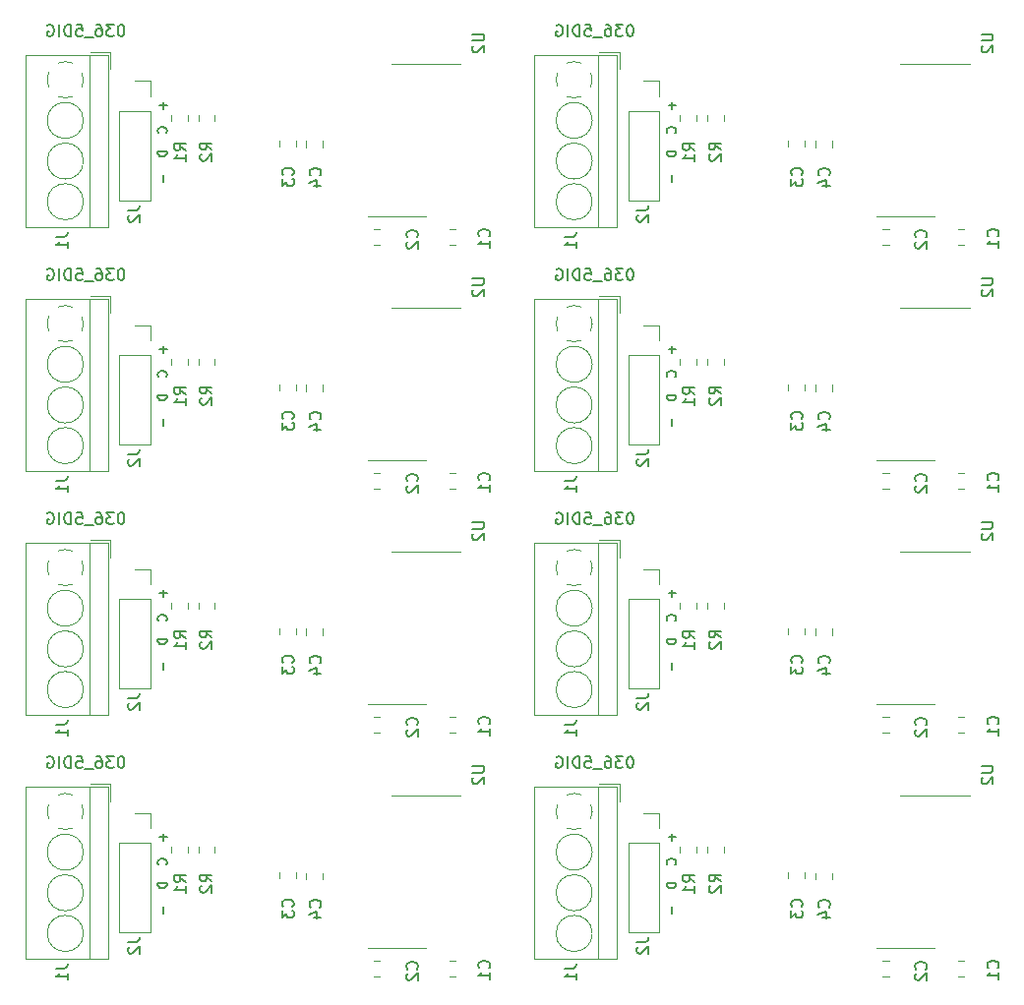
<source format=gbr>
G04 #@! TF.GenerationSoftware,KiCad,Pcbnew,5.1.5+dfsg1-2build2*
G04 #@! TF.CreationDate,2021-11-16T17:19:03-05:00*
G04 #@! TF.ProjectId,,58585858-5858-4585-9858-585858585858,rev?*
G04 #@! TF.SameCoordinates,Original*
G04 #@! TF.FileFunction,Legend,Bot*
G04 #@! TF.FilePolarity,Positive*
%FSLAX46Y46*%
G04 Gerber Fmt 4.6, Leading zero omitted, Abs format (unit mm)*
G04 Created by KiCad (PCBNEW 5.1.5+dfsg1-2build2) date 2021-11-16 17:19:03*
%MOMM*%
%LPD*%
G04 APERTURE LIST*
%ADD10C,0.150000*%
%ADD11C,0.120000*%
G04 APERTURE END LIST*
D10*
X153651438Y-96120080D02*
X153556200Y-96120080D01*
X153460961Y-96167700D01*
X153413342Y-96215319D01*
X153365723Y-96310557D01*
X153318104Y-96501033D01*
X153318104Y-96739128D01*
X153365723Y-96929604D01*
X153413342Y-97024842D01*
X153460961Y-97072461D01*
X153556200Y-97120080D01*
X153651438Y-97120080D01*
X153746676Y-97072461D01*
X153794295Y-97024842D01*
X153841914Y-96929604D01*
X153889533Y-96739128D01*
X153889533Y-96501033D01*
X153841914Y-96310557D01*
X153794295Y-96215319D01*
X153746676Y-96167700D01*
X153651438Y-96120080D01*
X152984771Y-96120080D02*
X152365723Y-96120080D01*
X152699057Y-96501033D01*
X152556200Y-96501033D01*
X152460961Y-96548652D01*
X152413342Y-96596271D01*
X152365723Y-96691509D01*
X152365723Y-96929604D01*
X152413342Y-97024842D01*
X152460961Y-97072461D01*
X152556200Y-97120080D01*
X152841914Y-97120080D01*
X152937152Y-97072461D01*
X152984771Y-97024842D01*
X151508580Y-96120080D02*
X151699057Y-96120080D01*
X151794295Y-96167700D01*
X151841914Y-96215319D01*
X151937152Y-96358176D01*
X151984771Y-96548652D01*
X151984771Y-96929604D01*
X151937152Y-97024842D01*
X151889533Y-97072461D01*
X151794295Y-97120080D01*
X151603819Y-97120080D01*
X151508580Y-97072461D01*
X151460961Y-97024842D01*
X151413342Y-96929604D01*
X151413342Y-96691509D01*
X151460961Y-96596271D01*
X151508580Y-96548652D01*
X151603819Y-96501033D01*
X151794295Y-96501033D01*
X151889533Y-96548652D01*
X151937152Y-96596271D01*
X151984771Y-96691509D01*
X151222866Y-97215319D02*
X150460961Y-97215319D01*
X149746676Y-96120080D02*
X150222866Y-96120080D01*
X150270485Y-96596271D01*
X150222866Y-96548652D01*
X150127628Y-96501033D01*
X149889533Y-96501033D01*
X149794295Y-96548652D01*
X149746676Y-96596271D01*
X149699057Y-96691509D01*
X149699057Y-96929604D01*
X149746676Y-97024842D01*
X149794295Y-97072461D01*
X149889533Y-97120080D01*
X150127628Y-97120080D01*
X150222866Y-97072461D01*
X150270485Y-97024842D01*
X149270485Y-97120080D02*
X149270485Y-96120080D01*
X149032390Y-96120080D01*
X148889533Y-96167700D01*
X148794295Y-96262938D01*
X148746676Y-96358176D01*
X148699057Y-96548652D01*
X148699057Y-96691509D01*
X148746676Y-96881985D01*
X148794295Y-96977223D01*
X148889533Y-97072461D01*
X149032390Y-97120080D01*
X149270485Y-97120080D01*
X148270485Y-97120080D02*
X148270485Y-96120080D01*
X147270485Y-96167700D02*
X147365723Y-96120080D01*
X147508580Y-96120080D01*
X147651438Y-96167700D01*
X147746676Y-96262938D01*
X147794295Y-96358176D01*
X147841914Y-96548652D01*
X147841914Y-96691509D01*
X147794295Y-96881985D01*
X147746676Y-96977223D01*
X147651438Y-97072461D01*
X147508580Y-97120080D01*
X147413342Y-97120080D01*
X147270485Y-97072461D01*
X147222866Y-97024842D01*
X147222866Y-96691509D01*
X147413342Y-96691509D01*
X109851438Y-96120080D02*
X109756200Y-96120080D01*
X109660961Y-96167700D01*
X109613342Y-96215319D01*
X109565723Y-96310557D01*
X109518104Y-96501033D01*
X109518104Y-96739128D01*
X109565723Y-96929604D01*
X109613342Y-97024842D01*
X109660961Y-97072461D01*
X109756200Y-97120080D01*
X109851438Y-97120080D01*
X109946676Y-97072461D01*
X109994295Y-97024842D01*
X110041914Y-96929604D01*
X110089533Y-96739128D01*
X110089533Y-96501033D01*
X110041914Y-96310557D01*
X109994295Y-96215319D01*
X109946676Y-96167700D01*
X109851438Y-96120080D01*
X109184771Y-96120080D02*
X108565723Y-96120080D01*
X108899057Y-96501033D01*
X108756200Y-96501033D01*
X108660961Y-96548652D01*
X108613342Y-96596271D01*
X108565723Y-96691509D01*
X108565723Y-96929604D01*
X108613342Y-97024842D01*
X108660961Y-97072461D01*
X108756200Y-97120080D01*
X109041914Y-97120080D01*
X109137152Y-97072461D01*
X109184771Y-97024842D01*
X107708580Y-96120080D02*
X107899057Y-96120080D01*
X107994295Y-96167700D01*
X108041914Y-96215319D01*
X108137152Y-96358176D01*
X108184771Y-96548652D01*
X108184771Y-96929604D01*
X108137152Y-97024842D01*
X108089533Y-97072461D01*
X107994295Y-97120080D01*
X107803819Y-97120080D01*
X107708580Y-97072461D01*
X107660961Y-97024842D01*
X107613342Y-96929604D01*
X107613342Y-96691509D01*
X107660961Y-96596271D01*
X107708580Y-96548652D01*
X107803819Y-96501033D01*
X107994295Y-96501033D01*
X108089533Y-96548652D01*
X108137152Y-96596271D01*
X108184771Y-96691509D01*
X107422866Y-97215319D02*
X106660961Y-97215319D01*
X105946676Y-96120080D02*
X106422866Y-96120080D01*
X106470485Y-96596271D01*
X106422866Y-96548652D01*
X106327628Y-96501033D01*
X106089533Y-96501033D01*
X105994295Y-96548652D01*
X105946676Y-96596271D01*
X105899057Y-96691509D01*
X105899057Y-96929604D01*
X105946676Y-97024842D01*
X105994295Y-97072461D01*
X106089533Y-97120080D01*
X106327628Y-97120080D01*
X106422866Y-97072461D01*
X106470485Y-97024842D01*
X105470485Y-97120080D02*
X105470485Y-96120080D01*
X105232390Y-96120080D01*
X105089533Y-96167700D01*
X104994295Y-96262938D01*
X104946676Y-96358176D01*
X104899057Y-96548652D01*
X104899057Y-96691509D01*
X104946676Y-96881985D01*
X104994295Y-96977223D01*
X105089533Y-97072461D01*
X105232390Y-97120080D01*
X105470485Y-97120080D01*
X104470485Y-97120080D02*
X104470485Y-96120080D01*
X103470485Y-96167700D02*
X103565723Y-96120080D01*
X103708580Y-96120080D01*
X103851438Y-96167700D01*
X103946676Y-96262938D01*
X103994295Y-96358176D01*
X104041914Y-96548652D01*
X104041914Y-96691509D01*
X103994295Y-96881985D01*
X103946676Y-96977223D01*
X103851438Y-97072461D01*
X103708580Y-97120080D01*
X103613342Y-97120080D01*
X103470485Y-97072461D01*
X103422866Y-97024842D01*
X103422866Y-96691509D01*
X103613342Y-96691509D01*
X153651438Y-75120080D02*
X153556200Y-75120080D01*
X153460961Y-75167700D01*
X153413342Y-75215319D01*
X153365723Y-75310557D01*
X153318104Y-75501033D01*
X153318104Y-75739128D01*
X153365723Y-75929604D01*
X153413342Y-76024842D01*
X153460961Y-76072461D01*
X153556200Y-76120080D01*
X153651438Y-76120080D01*
X153746676Y-76072461D01*
X153794295Y-76024842D01*
X153841914Y-75929604D01*
X153889533Y-75739128D01*
X153889533Y-75501033D01*
X153841914Y-75310557D01*
X153794295Y-75215319D01*
X153746676Y-75167700D01*
X153651438Y-75120080D01*
X152984771Y-75120080D02*
X152365723Y-75120080D01*
X152699057Y-75501033D01*
X152556200Y-75501033D01*
X152460961Y-75548652D01*
X152413342Y-75596271D01*
X152365723Y-75691509D01*
X152365723Y-75929604D01*
X152413342Y-76024842D01*
X152460961Y-76072461D01*
X152556200Y-76120080D01*
X152841914Y-76120080D01*
X152937152Y-76072461D01*
X152984771Y-76024842D01*
X151508580Y-75120080D02*
X151699057Y-75120080D01*
X151794295Y-75167700D01*
X151841914Y-75215319D01*
X151937152Y-75358176D01*
X151984771Y-75548652D01*
X151984771Y-75929604D01*
X151937152Y-76024842D01*
X151889533Y-76072461D01*
X151794295Y-76120080D01*
X151603819Y-76120080D01*
X151508580Y-76072461D01*
X151460961Y-76024842D01*
X151413342Y-75929604D01*
X151413342Y-75691509D01*
X151460961Y-75596271D01*
X151508580Y-75548652D01*
X151603819Y-75501033D01*
X151794295Y-75501033D01*
X151889533Y-75548652D01*
X151937152Y-75596271D01*
X151984771Y-75691509D01*
X151222866Y-76215319D02*
X150460961Y-76215319D01*
X149746676Y-75120080D02*
X150222866Y-75120080D01*
X150270485Y-75596271D01*
X150222866Y-75548652D01*
X150127628Y-75501033D01*
X149889533Y-75501033D01*
X149794295Y-75548652D01*
X149746676Y-75596271D01*
X149699057Y-75691509D01*
X149699057Y-75929604D01*
X149746676Y-76024842D01*
X149794295Y-76072461D01*
X149889533Y-76120080D01*
X150127628Y-76120080D01*
X150222866Y-76072461D01*
X150270485Y-76024842D01*
X149270485Y-76120080D02*
X149270485Y-75120080D01*
X149032390Y-75120080D01*
X148889533Y-75167700D01*
X148794295Y-75262938D01*
X148746676Y-75358176D01*
X148699057Y-75548652D01*
X148699057Y-75691509D01*
X148746676Y-75881985D01*
X148794295Y-75977223D01*
X148889533Y-76072461D01*
X149032390Y-76120080D01*
X149270485Y-76120080D01*
X148270485Y-76120080D02*
X148270485Y-75120080D01*
X147270485Y-75167700D02*
X147365723Y-75120080D01*
X147508580Y-75120080D01*
X147651438Y-75167700D01*
X147746676Y-75262938D01*
X147794295Y-75358176D01*
X147841914Y-75548652D01*
X147841914Y-75691509D01*
X147794295Y-75881985D01*
X147746676Y-75977223D01*
X147651438Y-76072461D01*
X147508580Y-76120080D01*
X147413342Y-76120080D01*
X147270485Y-76072461D01*
X147222866Y-76024842D01*
X147222866Y-75691509D01*
X147413342Y-75691509D01*
X109851438Y-75120080D02*
X109756200Y-75120080D01*
X109660961Y-75167700D01*
X109613342Y-75215319D01*
X109565723Y-75310557D01*
X109518104Y-75501033D01*
X109518104Y-75739128D01*
X109565723Y-75929604D01*
X109613342Y-76024842D01*
X109660961Y-76072461D01*
X109756200Y-76120080D01*
X109851438Y-76120080D01*
X109946676Y-76072461D01*
X109994295Y-76024842D01*
X110041914Y-75929604D01*
X110089533Y-75739128D01*
X110089533Y-75501033D01*
X110041914Y-75310557D01*
X109994295Y-75215319D01*
X109946676Y-75167700D01*
X109851438Y-75120080D01*
X109184771Y-75120080D02*
X108565723Y-75120080D01*
X108899057Y-75501033D01*
X108756200Y-75501033D01*
X108660961Y-75548652D01*
X108613342Y-75596271D01*
X108565723Y-75691509D01*
X108565723Y-75929604D01*
X108613342Y-76024842D01*
X108660961Y-76072461D01*
X108756200Y-76120080D01*
X109041914Y-76120080D01*
X109137152Y-76072461D01*
X109184771Y-76024842D01*
X107708580Y-75120080D02*
X107899057Y-75120080D01*
X107994295Y-75167700D01*
X108041914Y-75215319D01*
X108137152Y-75358176D01*
X108184771Y-75548652D01*
X108184771Y-75929604D01*
X108137152Y-76024842D01*
X108089533Y-76072461D01*
X107994295Y-76120080D01*
X107803819Y-76120080D01*
X107708580Y-76072461D01*
X107660961Y-76024842D01*
X107613342Y-75929604D01*
X107613342Y-75691509D01*
X107660961Y-75596271D01*
X107708580Y-75548652D01*
X107803819Y-75501033D01*
X107994295Y-75501033D01*
X108089533Y-75548652D01*
X108137152Y-75596271D01*
X108184771Y-75691509D01*
X107422866Y-76215319D02*
X106660961Y-76215319D01*
X105946676Y-75120080D02*
X106422866Y-75120080D01*
X106470485Y-75596271D01*
X106422866Y-75548652D01*
X106327628Y-75501033D01*
X106089533Y-75501033D01*
X105994295Y-75548652D01*
X105946676Y-75596271D01*
X105899057Y-75691509D01*
X105899057Y-75929604D01*
X105946676Y-76024842D01*
X105994295Y-76072461D01*
X106089533Y-76120080D01*
X106327628Y-76120080D01*
X106422866Y-76072461D01*
X106470485Y-76024842D01*
X105470485Y-76120080D02*
X105470485Y-75120080D01*
X105232390Y-75120080D01*
X105089533Y-75167700D01*
X104994295Y-75262938D01*
X104946676Y-75358176D01*
X104899057Y-75548652D01*
X104899057Y-75691509D01*
X104946676Y-75881985D01*
X104994295Y-75977223D01*
X105089533Y-76072461D01*
X105232390Y-76120080D01*
X105470485Y-76120080D01*
X104470485Y-76120080D02*
X104470485Y-75120080D01*
X103470485Y-75167700D02*
X103565723Y-75120080D01*
X103708580Y-75120080D01*
X103851438Y-75167700D01*
X103946676Y-75262938D01*
X103994295Y-75358176D01*
X104041914Y-75548652D01*
X104041914Y-75691509D01*
X103994295Y-75881985D01*
X103946676Y-75977223D01*
X103851438Y-76072461D01*
X103708580Y-76120080D01*
X103613342Y-76120080D01*
X103470485Y-76072461D01*
X103422866Y-76024842D01*
X103422866Y-75691509D01*
X103613342Y-75691509D01*
X153651438Y-54120080D02*
X153556200Y-54120080D01*
X153460961Y-54167700D01*
X153413342Y-54215319D01*
X153365723Y-54310557D01*
X153318104Y-54501033D01*
X153318104Y-54739128D01*
X153365723Y-54929604D01*
X153413342Y-55024842D01*
X153460961Y-55072461D01*
X153556200Y-55120080D01*
X153651438Y-55120080D01*
X153746676Y-55072461D01*
X153794295Y-55024842D01*
X153841914Y-54929604D01*
X153889533Y-54739128D01*
X153889533Y-54501033D01*
X153841914Y-54310557D01*
X153794295Y-54215319D01*
X153746676Y-54167700D01*
X153651438Y-54120080D01*
X152984771Y-54120080D02*
X152365723Y-54120080D01*
X152699057Y-54501033D01*
X152556200Y-54501033D01*
X152460961Y-54548652D01*
X152413342Y-54596271D01*
X152365723Y-54691509D01*
X152365723Y-54929604D01*
X152413342Y-55024842D01*
X152460961Y-55072461D01*
X152556200Y-55120080D01*
X152841914Y-55120080D01*
X152937152Y-55072461D01*
X152984771Y-55024842D01*
X151508580Y-54120080D02*
X151699057Y-54120080D01*
X151794295Y-54167700D01*
X151841914Y-54215319D01*
X151937152Y-54358176D01*
X151984771Y-54548652D01*
X151984771Y-54929604D01*
X151937152Y-55024842D01*
X151889533Y-55072461D01*
X151794295Y-55120080D01*
X151603819Y-55120080D01*
X151508580Y-55072461D01*
X151460961Y-55024842D01*
X151413342Y-54929604D01*
X151413342Y-54691509D01*
X151460961Y-54596271D01*
X151508580Y-54548652D01*
X151603819Y-54501033D01*
X151794295Y-54501033D01*
X151889533Y-54548652D01*
X151937152Y-54596271D01*
X151984771Y-54691509D01*
X151222866Y-55215319D02*
X150460961Y-55215319D01*
X149746676Y-54120080D02*
X150222866Y-54120080D01*
X150270485Y-54596271D01*
X150222866Y-54548652D01*
X150127628Y-54501033D01*
X149889533Y-54501033D01*
X149794295Y-54548652D01*
X149746676Y-54596271D01*
X149699057Y-54691509D01*
X149699057Y-54929604D01*
X149746676Y-55024842D01*
X149794295Y-55072461D01*
X149889533Y-55120080D01*
X150127628Y-55120080D01*
X150222866Y-55072461D01*
X150270485Y-55024842D01*
X149270485Y-55120080D02*
X149270485Y-54120080D01*
X149032390Y-54120080D01*
X148889533Y-54167700D01*
X148794295Y-54262938D01*
X148746676Y-54358176D01*
X148699057Y-54548652D01*
X148699057Y-54691509D01*
X148746676Y-54881985D01*
X148794295Y-54977223D01*
X148889533Y-55072461D01*
X149032390Y-55120080D01*
X149270485Y-55120080D01*
X148270485Y-55120080D02*
X148270485Y-54120080D01*
X147270485Y-54167700D02*
X147365723Y-54120080D01*
X147508580Y-54120080D01*
X147651438Y-54167700D01*
X147746676Y-54262938D01*
X147794295Y-54358176D01*
X147841914Y-54548652D01*
X147841914Y-54691509D01*
X147794295Y-54881985D01*
X147746676Y-54977223D01*
X147651438Y-55072461D01*
X147508580Y-55120080D01*
X147413342Y-55120080D01*
X147270485Y-55072461D01*
X147222866Y-55024842D01*
X147222866Y-54691509D01*
X147413342Y-54691509D01*
X109851438Y-54120080D02*
X109756200Y-54120080D01*
X109660961Y-54167700D01*
X109613342Y-54215319D01*
X109565723Y-54310557D01*
X109518104Y-54501033D01*
X109518104Y-54739128D01*
X109565723Y-54929604D01*
X109613342Y-55024842D01*
X109660961Y-55072461D01*
X109756200Y-55120080D01*
X109851438Y-55120080D01*
X109946676Y-55072461D01*
X109994295Y-55024842D01*
X110041914Y-54929604D01*
X110089533Y-54739128D01*
X110089533Y-54501033D01*
X110041914Y-54310557D01*
X109994295Y-54215319D01*
X109946676Y-54167700D01*
X109851438Y-54120080D01*
X109184771Y-54120080D02*
X108565723Y-54120080D01*
X108899057Y-54501033D01*
X108756200Y-54501033D01*
X108660961Y-54548652D01*
X108613342Y-54596271D01*
X108565723Y-54691509D01*
X108565723Y-54929604D01*
X108613342Y-55024842D01*
X108660961Y-55072461D01*
X108756200Y-55120080D01*
X109041914Y-55120080D01*
X109137152Y-55072461D01*
X109184771Y-55024842D01*
X107708580Y-54120080D02*
X107899057Y-54120080D01*
X107994295Y-54167700D01*
X108041914Y-54215319D01*
X108137152Y-54358176D01*
X108184771Y-54548652D01*
X108184771Y-54929604D01*
X108137152Y-55024842D01*
X108089533Y-55072461D01*
X107994295Y-55120080D01*
X107803819Y-55120080D01*
X107708580Y-55072461D01*
X107660961Y-55024842D01*
X107613342Y-54929604D01*
X107613342Y-54691509D01*
X107660961Y-54596271D01*
X107708580Y-54548652D01*
X107803819Y-54501033D01*
X107994295Y-54501033D01*
X108089533Y-54548652D01*
X108137152Y-54596271D01*
X108184771Y-54691509D01*
X107422866Y-55215319D02*
X106660961Y-55215319D01*
X105946676Y-54120080D02*
X106422866Y-54120080D01*
X106470485Y-54596271D01*
X106422866Y-54548652D01*
X106327628Y-54501033D01*
X106089533Y-54501033D01*
X105994295Y-54548652D01*
X105946676Y-54596271D01*
X105899057Y-54691509D01*
X105899057Y-54929604D01*
X105946676Y-55024842D01*
X105994295Y-55072461D01*
X106089533Y-55120080D01*
X106327628Y-55120080D01*
X106422866Y-55072461D01*
X106470485Y-55024842D01*
X105470485Y-55120080D02*
X105470485Y-54120080D01*
X105232390Y-54120080D01*
X105089533Y-54167700D01*
X104994295Y-54262938D01*
X104946676Y-54358176D01*
X104899057Y-54548652D01*
X104899057Y-54691509D01*
X104946676Y-54881985D01*
X104994295Y-54977223D01*
X105089533Y-55072461D01*
X105232390Y-55120080D01*
X105470485Y-55120080D01*
X104470485Y-55120080D02*
X104470485Y-54120080D01*
X103470485Y-54167700D02*
X103565723Y-54120080D01*
X103708580Y-54120080D01*
X103851438Y-54167700D01*
X103946676Y-54262938D01*
X103994295Y-54358176D01*
X104041914Y-54548652D01*
X104041914Y-54691509D01*
X103994295Y-54881985D01*
X103946676Y-54977223D01*
X103851438Y-55072461D01*
X103708580Y-55120080D01*
X103613342Y-55120080D01*
X103470485Y-55072461D01*
X103422866Y-55024842D01*
X103422866Y-54691509D01*
X103613342Y-54691509D01*
X153651438Y-33120080D02*
X153556200Y-33120080D01*
X153460961Y-33167700D01*
X153413342Y-33215319D01*
X153365723Y-33310557D01*
X153318104Y-33501033D01*
X153318104Y-33739128D01*
X153365723Y-33929604D01*
X153413342Y-34024842D01*
X153460961Y-34072461D01*
X153556200Y-34120080D01*
X153651438Y-34120080D01*
X153746676Y-34072461D01*
X153794295Y-34024842D01*
X153841914Y-33929604D01*
X153889533Y-33739128D01*
X153889533Y-33501033D01*
X153841914Y-33310557D01*
X153794295Y-33215319D01*
X153746676Y-33167700D01*
X153651438Y-33120080D01*
X152984771Y-33120080D02*
X152365723Y-33120080D01*
X152699057Y-33501033D01*
X152556200Y-33501033D01*
X152460961Y-33548652D01*
X152413342Y-33596271D01*
X152365723Y-33691509D01*
X152365723Y-33929604D01*
X152413342Y-34024842D01*
X152460961Y-34072461D01*
X152556200Y-34120080D01*
X152841914Y-34120080D01*
X152937152Y-34072461D01*
X152984771Y-34024842D01*
X151508580Y-33120080D02*
X151699057Y-33120080D01*
X151794295Y-33167700D01*
X151841914Y-33215319D01*
X151937152Y-33358176D01*
X151984771Y-33548652D01*
X151984771Y-33929604D01*
X151937152Y-34024842D01*
X151889533Y-34072461D01*
X151794295Y-34120080D01*
X151603819Y-34120080D01*
X151508580Y-34072461D01*
X151460961Y-34024842D01*
X151413342Y-33929604D01*
X151413342Y-33691509D01*
X151460961Y-33596271D01*
X151508580Y-33548652D01*
X151603819Y-33501033D01*
X151794295Y-33501033D01*
X151889533Y-33548652D01*
X151937152Y-33596271D01*
X151984771Y-33691509D01*
X151222866Y-34215319D02*
X150460961Y-34215319D01*
X149746676Y-33120080D02*
X150222866Y-33120080D01*
X150270485Y-33596271D01*
X150222866Y-33548652D01*
X150127628Y-33501033D01*
X149889533Y-33501033D01*
X149794295Y-33548652D01*
X149746676Y-33596271D01*
X149699057Y-33691509D01*
X149699057Y-33929604D01*
X149746676Y-34024842D01*
X149794295Y-34072461D01*
X149889533Y-34120080D01*
X150127628Y-34120080D01*
X150222866Y-34072461D01*
X150270485Y-34024842D01*
X149270485Y-34120080D02*
X149270485Y-33120080D01*
X149032390Y-33120080D01*
X148889533Y-33167700D01*
X148794295Y-33262938D01*
X148746676Y-33358176D01*
X148699057Y-33548652D01*
X148699057Y-33691509D01*
X148746676Y-33881985D01*
X148794295Y-33977223D01*
X148889533Y-34072461D01*
X149032390Y-34120080D01*
X149270485Y-34120080D01*
X148270485Y-34120080D02*
X148270485Y-33120080D01*
X147270485Y-33167700D02*
X147365723Y-33120080D01*
X147508580Y-33120080D01*
X147651438Y-33167700D01*
X147746676Y-33262938D01*
X147794295Y-33358176D01*
X147841914Y-33548652D01*
X147841914Y-33691509D01*
X147794295Y-33881985D01*
X147746676Y-33977223D01*
X147651438Y-34072461D01*
X147508580Y-34120080D01*
X147413342Y-34120080D01*
X147270485Y-34072461D01*
X147222866Y-34024842D01*
X147222866Y-33691509D01*
X147413342Y-33691509D01*
X157242742Y-102789528D02*
X157242742Y-103399052D01*
X157547504Y-103094290D02*
X156937980Y-103094290D01*
X157471314Y-105456195D02*
X157509409Y-105418100D01*
X157547504Y-105303814D01*
X157547504Y-105227623D01*
X157509409Y-105113338D01*
X157433219Y-105037147D01*
X157357028Y-104999052D01*
X157204647Y-104960957D01*
X157090361Y-104960957D01*
X156937980Y-104999052D01*
X156861790Y-105037147D01*
X156785600Y-105113338D01*
X156747504Y-105227623D01*
X156747504Y-105303814D01*
X156785600Y-105418100D01*
X156823695Y-105456195D01*
X157547504Y-107018100D02*
X156747504Y-107018100D01*
X156747504Y-107208576D01*
X156785600Y-107322861D01*
X156861790Y-107399052D01*
X156937980Y-107437147D01*
X157090361Y-107475242D01*
X157204647Y-107475242D01*
X157357028Y-107437147D01*
X157433219Y-107399052D01*
X157509409Y-107322861D01*
X157547504Y-107208576D01*
X157547504Y-107018100D01*
X157242742Y-109037147D02*
X157242742Y-109646671D01*
X113442742Y-102789528D02*
X113442742Y-103399052D01*
X113747504Y-103094290D02*
X113137980Y-103094290D01*
X113671314Y-105456195D02*
X113709409Y-105418100D01*
X113747504Y-105303814D01*
X113747504Y-105227623D01*
X113709409Y-105113338D01*
X113633219Y-105037147D01*
X113557028Y-104999052D01*
X113404647Y-104960957D01*
X113290361Y-104960957D01*
X113137980Y-104999052D01*
X113061790Y-105037147D01*
X112985600Y-105113338D01*
X112947504Y-105227623D01*
X112947504Y-105303814D01*
X112985600Y-105418100D01*
X113023695Y-105456195D01*
X113747504Y-107018100D02*
X112947504Y-107018100D01*
X112947504Y-107208576D01*
X112985600Y-107322861D01*
X113061790Y-107399052D01*
X113137980Y-107437147D01*
X113290361Y-107475242D01*
X113404647Y-107475242D01*
X113557028Y-107437147D01*
X113633219Y-107399052D01*
X113709409Y-107322861D01*
X113747504Y-107208576D01*
X113747504Y-107018100D01*
X113442742Y-109037147D02*
X113442742Y-109646671D01*
X157242742Y-81789528D02*
X157242742Y-82399052D01*
X157547504Y-82094290D02*
X156937980Y-82094290D01*
X157471314Y-84456195D02*
X157509409Y-84418100D01*
X157547504Y-84303814D01*
X157547504Y-84227623D01*
X157509409Y-84113338D01*
X157433219Y-84037147D01*
X157357028Y-83999052D01*
X157204647Y-83960957D01*
X157090361Y-83960957D01*
X156937980Y-83999052D01*
X156861790Y-84037147D01*
X156785600Y-84113338D01*
X156747504Y-84227623D01*
X156747504Y-84303814D01*
X156785600Y-84418100D01*
X156823695Y-84456195D01*
X157547504Y-86018100D02*
X156747504Y-86018100D01*
X156747504Y-86208576D01*
X156785600Y-86322861D01*
X156861790Y-86399052D01*
X156937980Y-86437147D01*
X157090361Y-86475242D01*
X157204647Y-86475242D01*
X157357028Y-86437147D01*
X157433219Y-86399052D01*
X157509409Y-86322861D01*
X157547504Y-86208576D01*
X157547504Y-86018100D01*
X157242742Y-88037147D02*
X157242742Y-88646671D01*
X113442742Y-81789528D02*
X113442742Y-82399052D01*
X113747504Y-82094290D02*
X113137980Y-82094290D01*
X113671314Y-84456195D02*
X113709409Y-84418100D01*
X113747504Y-84303814D01*
X113747504Y-84227623D01*
X113709409Y-84113338D01*
X113633219Y-84037147D01*
X113557028Y-83999052D01*
X113404647Y-83960957D01*
X113290361Y-83960957D01*
X113137980Y-83999052D01*
X113061790Y-84037147D01*
X112985600Y-84113338D01*
X112947504Y-84227623D01*
X112947504Y-84303814D01*
X112985600Y-84418100D01*
X113023695Y-84456195D01*
X113747504Y-86018100D02*
X112947504Y-86018100D01*
X112947504Y-86208576D01*
X112985600Y-86322861D01*
X113061790Y-86399052D01*
X113137980Y-86437147D01*
X113290361Y-86475242D01*
X113404647Y-86475242D01*
X113557028Y-86437147D01*
X113633219Y-86399052D01*
X113709409Y-86322861D01*
X113747504Y-86208576D01*
X113747504Y-86018100D01*
X113442742Y-88037147D02*
X113442742Y-88646671D01*
X157242742Y-60789528D02*
X157242742Y-61399052D01*
X157547504Y-61094290D02*
X156937980Y-61094290D01*
X157471314Y-63456195D02*
X157509409Y-63418100D01*
X157547504Y-63303814D01*
X157547504Y-63227623D01*
X157509409Y-63113338D01*
X157433219Y-63037147D01*
X157357028Y-62999052D01*
X157204647Y-62960957D01*
X157090361Y-62960957D01*
X156937980Y-62999052D01*
X156861790Y-63037147D01*
X156785600Y-63113338D01*
X156747504Y-63227623D01*
X156747504Y-63303814D01*
X156785600Y-63418100D01*
X156823695Y-63456195D01*
X157547504Y-65018100D02*
X156747504Y-65018100D01*
X156747504Y-65208576D01*
X156785600Y-65322861D01*
X156861790Y-65399052D01*
X156937980Y-65437147D01*
X157090361Y-65475242D01*
X157204647Y-65475242D01*
X157357028Y-65437147D01*
X157433219Y-65399052D01*
X157509409Y-65322861D01*
X157547504Y-65208576D01*
X157547504Y-65018100D01*
X157242742Y-67037147D02*
X157242742Y-67646671D01*
X113442742Y-60789528D02*
X113442742Y-61399052D01*
X113747504Y-61094290D02*
X113137980Y-61094290D01*
X113671314Y-63456195D02*
X113709409Y-63418100D01*
X113747504Y-63303814D01*
X113747504Y-63227623D01*
X113709409Y-63113338D01*
X113633219Y-63037147D01*
X113557028Y-62999052D01*
X113404647Y-62960957D01*
X113290361Y-62960957D01*
X113137980Y-62999052D01*
X113061790Y-63037147D01*
X112985600Y-63113338D01*
X112947504Y-63227623D01*
X112947504Y-63303814D01*
X112985600Y-63418100D01*
X113023695Y-63456195D01*
X113747504Y-65018100D02*
X112947504Y-65018100D01*
X112947504Y-65208576D01*
X112985600Y-65322861D01*
X113061790Y-65399052D01*
X113137980Y-65437147D01*
X113290361Y-65475242D01*
X113404647Y-65475242D01*
X113557028Y-65437147D01*
X113633219Y-65399052D01*
X113709409Y-65322861D01*
X113747504Y-65208576D01*
X113747504Y-65018100D01*
X113442742Y-67037147D02*
X113442742Y-67646671D01*
X157242742Y-39789528D02*
X157242742Y-40399052D01*
X157547504Y-40094290D02*
X156937980Y-40094290D01*
X157471314Y-42456195D02*
X157509409Y-42418100D01*
X157547504Y-42303814D01*
X157547504Y-42227623D01*
X157509409Y-42113338D01*
X157433219Y-42037147D01*
X157357028Y-41999052D01*
X157204647Y-41960957D01*
X157090361Y-41960957D01*
X156937980Y-41999052D01*
X156861790Y-42037147D01*
X156785600Y-42113338D01*
X156747504Y-42227623D01*
X156747504Y-42303814D01*
X156785600Y-42418100D01*
X156823695Y-42456195D01*
X157547504Y-44018100D02*
X156747504Y-44018100D01*
X156747504Y-44208576D01*
X156785600Y-44322861D01*
X156861790Y-44399052D01*
X156937980Y-44437147D01*
X157090361Y-44475242D01*
X157204647Y-44475242D01*
X157357028Y-44437147D01*
X157433219Y-44399052D01*
X157509409Y-44322861D01*
X157547504Y-44208576D01*
X157547504Y-44018100D01*
X157242742Y-46037147D02*
X157242742Y-46646671D01*
X109851438Y-33120080D02*
X109756200Y-33120080D01*
X109660961Y-33167700D01*
X109613342Y-33215319D01*
X109565723Y-33310557D01*
X109518104Y-33501033D01*
X109518104Y-33739128D01*
X109565723Y-33929604D01*
X109613342Y-34024842D01*
X109660961Y-34072461D01*
X109756200Y-34120080D01*
X109851438Y-34120080D01*
X109946676Y-34072461D01*
X109994295Y-34024842D01*
X110041914Y-33929604D01*
X110089533Y-33739128D01*
X110089533Y-33501033D01*
X110041914Y-33310557D01*
X109994295Y-33215319D01*
X109946676Y-33167700D01*
X109851438Y-33120080D01*
X109184771Y-33120080D02*
X108565723Y-33120080D01*
X108899057Y-33501033D01*
X108756200Y-33501033D01*
X108660961Y-33548652D01*
X108613342Y-33596271D01*
X108565723Y-33691509D01*
X108565723Y-33929604D01*
X108613342Y-34024842D01*
X108660961Y-34072461D01*
X108756200Y-34120080D01*
X109041914Y-34120080D01*
X109137152Y-34072461D01*
X109184771Y-34024842D01*
X107708580Y-33120080D02*
X107899057Y-33120080D01*
X107994295Y-33167700D01*
X108041914Y-33215319D01*
X108137152Y-33358176D01*
X108184771Y-33548652D01*
X108184771Y-33929604D01*
X108137152Y-34024842D01*
X108089533Y-34072461D01*
X107994295Y-34120080D01*
X107803819Y-34120080D01*
X107708580Y-34072461D01*
X107660961Y-34024842D01*
X107613342Y-33929604D01*
X107613342Y-33691509D01*
X107660961Y-33596271D01*
X107708580Y-33548652D01*
X107803819Y-33501033D01*
X107994295Y-33501033D01*
X108089533Y-33548652D01*
X108137152Y-33596271D01*
X108184771Y-33691509D01*
X107422866Y-34215319D02*
X106660961Y-34215319D01*
X105946676Y-33120080D02*
X106422866Y-33120080D01*
X106470485Y-33596271D01*
X106422866Y-33548652D01*
X106327628Y-33501033D01*
X106089533Y-33501033D01*
X105994295Y-33548652D01*
X105946676Y-33596271D01*
X105899057Y-33691509D01*
X105899057Y-33929604D01*
X105946676Y-34024842D01*
X105994295Y-34072461D01*
X106089533Y-34120080D01*
X106327628Y-34120080D01*
X106422866Y-34072461D01*
X106470485Y-34024842D01*
X105470485Y-34120080D02*
X105470485Y-33120080D01*
X105232390Y-33120080D01*
X105089533Y-33167700D01*
X104994295Y-33262938D01*
X104946676Y-33358176D01*
X104899057Y-33548652D01*
X104899057Y-33691509D01*
X104946676Y-33881985D01*
X104994295Y-33977223D01*
X105089533Y-34072461D01*
X105232390Y-34120080D01*
X105470485Y-34120080D01*
X104470485Y-34120080D02*
X104470485Y-33120080D01*
X103470485Y-33167700D02*
X103565723Y-33120080D01*
X103708580Y-33120080D01*
X103851438Y-33167700D01*
X103946676Y-33262938D01*
X103994295Y-33358176D01*
X104041914Y-33548652D01*
X104041914Y-33691509D01*
X103994295Y-33881985D01*
X103946676Y-33977223D01*
X103851438Y-34072461D01*
X103708580Y-34120080D01*
X103613342Y-34120080D01*
X103470485Y-34072461D01*
X103422866Y-34024842D01*
X103422866Y-33691509D01*
X103613342Y-33691509D01*
X113442742Y-39789528D02*
X113442742Y-40399052D01*
X113747504Y-40094290D02*
X113137980Y-40094290D01*
X113671314Y-42456195D02*
X113709409Y-42418100D01*
X113747504Y-42303814D01*
X113747504Y-42227623D01*
X113709409Y-42113338D01*
X113633219Y-42037147D01*
X113557028Y-41999052D01*
X113404647Y-41960957D01*
X113290361Y-41960957D01*
X113137980Y-41999052D01*
X113061790Y-42037147D01*
X112985600Y-42113338D01*
X112947504Y-42227623D01*
X112947504Y-42303814D01*
X112985600Y-42418100D01*
X113023695Y-42456195D01*
X113747504Y-44018100D02*
X112947504Y-44018100D01*
X112947504Y-44208576D01*
X112985600Y-44322861D01*
X113061790Y-44399052D01*
X113137980Y-44437147D01*
X113290361Y-44475242D01*
X113404647Y-44475242D01*
X113557028Y-44437147D01*
X113633219Y-44399052D01*
X113709409Y-44322861D01*
X113747504Y-44208576D01*
X113747504Y-44018100D01*
X113442742Y-46037147D02*
X113442742Y-46646671D01*
D11*
X182389652Y-113699600D02*
X181867148Y-113699600D01*
X182389652Y-115119600D02*
X181867148Y-115119600D01*
X138589652Y-113699600D02*
X138067148Y-113699600D01*
X138589652Y-115119600D02*
X138067148Y-115119600D01*
X182389652Y-92699600D02*
X181867148Y-92699600D01*
X182389652Y-94119600D02*
X181867148Y-94119600D01*
X138589652Y-92699600D02*
X138067148Y-92699600D01*
X138589652Y-94119600D02*
X138067148Y-94119600D01*
X182389652Y-71699600D02*
X181867148Y-71699600D01*
X182389652Y-73119600D02*
X181867148Y-73119600D01*
X138589652Y-71699600D02*
X138067148Y-71699600D01*
X138589652Y-73119600D02*
X138067148Y-73119600D01*
X182389652Y-50699600D02*
X181867148Y-50699600D01*
X182389652Y-52119600D02*
X181867148Y-52119600D01*
X150234985Y-101478987D02*
G75*
G03X150358600Y-100871400I-1431385J607587D01*
G01*
X148195858Y-102303509D02*
G75*
G03X149411600Y-102303400I607742J1432109D01*
G01*
X147371491Y-100263658D02*
G75*
G03X147371600Y-101479400I1432109J-607742D01*
G01*
X149411342Y-99439291D02*
G75*
G03X148195600Y-99439400I-607742J-1432109D01*
G01*
X150359092Y-100898411D02*
G75*
G03X150235600Y-100263400I-1555492J27011D01*
G01*
X150358600Y-104371400D02*
G75*
G03X150358600Y-104371400I-1555000J0D01*
G01*
X150358600Y-107871400D02*
G75*
G03X150358600Y-107871400I-1555000J0D01*
G01*
X150358600Y-111371400D02*
G75*
G03X150358600Y-111371400I-1555000J0D01*
G01*
X150903600Y-98711400D02*
X150903600Y-113531400D01*
X145343600Y-98711400D02*
X145343600Y-113531400D01*
X152463600Y-98711400D02*
X152463600Y-113531400D01*
X145343600Y-98711400D02*
X152463600Y-98711400D01*
X145343600Y-113531400D02*
X152463600Y-113531400D01*
X150963600Y-98471400D02*
X152703600Y-98471400D01*
X152703600Y-98471400D02*
X152703600Y-99971400D01*
X106434985Y-101478987D02*
G75*
G03X106558600Y-100871400I-1431385J607587D01*
G01*
X104395858Y-102303509D02*
G75*
G03X105611600Y-102303400I607742J1432109D01*
G01*
X103571491Y-100263658D02*
G75*
G03X103571600Y-101479400I1432109J-607742D01*
G01*
X105611342Y-99439291D02*
G75*
G03X104395600Y-99439400I-607742J-1432109D01*
G01*
X106559092Y-100898411D02*
G75*
G03X106435600Y-100263400I-1555492J27011D01*
G01*
X106558600Y-104371400D02*
G75*
G03X106558600Y-104371400I-1555000J0D01*
G01*
X106558600Y-107871400D02*
G75*
G03X106558600Y-107871400I-1555000J0D01*
G01*
X106558600Y-111371400D02*
G75*
G03X106558600Y-111371400I-1555000J0D01*
G01*
X107103600Y-98711400D02*
X107103600Y-113531400D01*
X101543600Y-98711400D02*
X101543600Y-113531400D01*
X108663600Y-98711400D02*
X108663600Y-113531400D01*
X101543600Y-98711400D02*
X108663600Y-98711400D01*
X101543600Y-113531400D02*
X108663600Y-113531400D01*
X107163600Y-98471400D02*
X108903600Y-98471400D01*
X108903600Y-98471400D02*
X108903600Y-99971400D01*
X150234985Y-80478987D02*
G75*
G03X150358600Y-79871400I-1431385J607587D01*
G01*
X148195858Y-81303509D02*
G75*
G03X149411600Y-81303400I607742J1432109D01*
G01*
X147371491Y-79263658D02*
G75*
G03X147371600Y-80479400I1432109J-607742D01*
G01*
X149411342Y-78439291D02*
G75*
G03X148195600Y-78439400I-607742J-1432109D01*
G01*
X150359092Y-79898411D02*
G75*
G03X150235600Y-79263400I-1555492J27011D01*
G01*
X150358600Y-83371400D02*
G75*
G03X150358600Y-83371400I-1555000J0D01*
G01*
X150358600Y-86871400D02*
G75*
G03X150358600Y-86871400I-1555000J0D01*
G01*
X150358600Y-90371400D02*
G75*
G03X150358600Y-90371400I-1555000J0D01*
G01*
X150903600Y-77711400D02*
X150903600Y-92531400D01*
X145343600Y-77711400D02*
X145343600Y-92531400D01*
X152463600Y-77711400D02*
X152463600Y-92531400D01*
X145343600Y-77711400D02*
X152463600Y-77711400D01*
X145343600Y-92531400D02*
X152463600Y-92531400D01*
X150963600Y-77471400D02*
X152703600Y-77471400D01*
X152703600Y-77471400D02*
X152703600Y-78971400D01*
X106434985Y-80478987D02*
G75*
G03X106558600Y-79871400I-1431385J607587D01*
G01*
X104395858Y-81303509D02*
G75*
G03X105611600Y-81303400I607742J1432109D01*
G01*
X103571491Y-79263658D02*
G75*
G03X103571600Y-80479400I1432109J-607742D01*
G01*
X105611342Y-78439291D02*
G75*
G03X104395600Y-78439400I-607742J-1432109D01*
G01*
X106559092Y-79898411D02*
G75*
G03X106435600Y-79263400I-1555492J27011D01*
G01*
X106558600Y-83371400D02*
G75*
G03X106558600Y-83371400I-1555000J0D01*
G01*
X106558600Y-86871400D02*
G75*
G03X106558600Y-86871400I-1555000J0D01*
G01*
X106558600Y-90371400D02*
G75*
G03X106558600Y-90371400I-1555000J0D01*
G01*
X107103600Y-77711400D02*
X107103600Y-92531400D01*
X101543600Y-77711400D02*
X101543600Y-92531400D01*
X108663600Y-77711400D02*
X108663600Y-92531400D01*
X101543600Y-77711400D02*
X108663600Y-77711400D01*
X101543600Y-92531400D02*
X108663600Y-92531400D01*
X107163600Y-77471400D02*
X108903600Y-77471400D01*
X108903600Y-77471400D02*
X108903600Y-78971400D01*
X150234985Y-59478987D02*
G75*
G03X150358600Y-58871400I-1431385J607587D01*
G01*
X148195858Y-60303509D02*
G75*
G03X149411600Y-60303400I607742J1432109D01*
G01*
X147371491Y-58263658D02*
G75*
G03X147371600Y-59479400I1432109J-607742D01*
G01*
X149411342Y-57439291D02*
G75*
G03X148195600Y-57439400I-607742J-1432109D01*
G01*
X150359092Y-58898411D02*
G75*
G03X150235600Y-58263400I-1555492J27011D01*
G01*
X150358600Y-62371400D02*
G75*
G03X150358600Y-62371400I-1555000J0D01*
G01*
X150358600Y-65871400D02*
G75*
G03X150358600Y-65871400I-1555000J0D01*
G01*
X150358600Y-69371400D02*
G75*
G03X150358600Y-69371400I-1555000J0D01*
G01*
X150903600Y-56711400D02*
X150903600Y-71531400D01*
X145343600Y-56711400D02*
X145343600Y-71531400D01*
X152463600Y-56711400D02*
X152463600Y-71531400D01*
X145343600Y-56711400D02*
X152463600Y-56711400D01*
X145343600Y-71531400D02*
X152463600Y-71531400D01*
X150963600Y-56471400D02*
X152703600Y-56471400D01*
X152703600Y-56471400D02*
X152703600Y-57971400D01*
X106434985Y-59478987D02*
G75*
G03X106558600Y-58871400I-1431385J607587D01*
G01*
X104395858Y-60303509D02*
G75*
G03X105611600Y-60303400I607742J1432109D01*
G01*
X103571491Y-58263658D02*
G75*
G03X103571600Y-59479400I1432109J-607742D01*
G01*
X105611342Y-57439291D02*
G75*
G03X104395600Y-57439400I-607742J-1432109D01*
G01*
X106559092Y-58898411D02*
G75*
G03X106435600Y-58263400I-1555492J27011D01*
G01*
X106558600Y-62371400D02*
G75*
G03X106558600Y-62371400I-1555000J0D01*
G01*
X106558600Y-65871400D02*
G75*
G03X106558600Y-65871400I-1555000J0D01*
G01*
X106558600Y-69371400D02*
G75*
G03X106558600Y-69371400I-1555000J0D01*
G01*
X107103600Y-56711400D02*
X107103600Y-71531400D01*
X101543600Y-56711400D02*
X101543600Y-71531400D01*
X108663600Y-56711400D02*
X108663600Y-71531400D01*
X101543600Y-56711400D02*
X108663600Y-56711400D01*
X101543600Y-71531400D02*
X108663600Y-71531400D01*
X107163600Y-56471400D02*
X108903600Y-56471400D01*
X108903600Y-56471400D02*
X108903600Y-57971400D01*
X150234985Y-38478987D02*
G75*
G03X150358600Y-37871400I-1431385J607587D01*
G01*
X148195858Y-39303509D02*
G75*
G03X149411600Y-39303400I607742J1432109D01*
G01*
X147371491Y-37263658D02*
G75*
G03X147371600Y-38479400I1432109J-607742D01*
G01*
X149411342Y-36439291D02*
G75*
G03X148195600Y-36439400I-607742J-1432109D01*
G01*
X150359092Y-37898411D02*
G75*
G03X150235600Y-37263400I-1555492J27011D01*
G01*
X150358600Y-41371400D02*
G75*
G03X150358600Y-41371400I-1555000J0D01*
G01*
X150358600Y-44871400D02*
G75*
G03X150358600Y-44871400I-1555000J0D01*
G01*
X150358600Y-48371400D02*
G75*
G03X150358600Y-48371400I-1555000J0D01*
G01*
X150903600Y-35711400D02*
X150903600Y-50531400D01*
X145343600Y-35711400D02*
X145343600Y-50531400D01*
X152463600Y-35711400D02*
X152463600Y-50531400D01*
X145343600Y-35711400D02*
X152463600Y-35711400D01*
X145343600Y-50531400D02*
X152463600Y-50531400D01*
X150963600Y-35471400D02*
X152703600Y-35471400D01*
X152703600Y-35471400D02*
X152703600Y-36971400D01*
X176842400Y-99535700D02*
X182842400Y-99535700D01*
X174842400Y-112595700D02*
X179842400Y-112595700D01*
X133042400Y-99535700D02*
X139042400Y-99535700D01*
X131042400Y-112595700D02*
X136042400Y-112595700D01*
X176842400Y-78535700D02*
X182842400Y-78535700D01*
X174842400Y-91595700D02*
X179842400Y-91595700D01*
X133042400Y-78535700D02*
X139042400Y-78535700D01*
X131042400Y-91595700D02*
X136042400Y-91595700D01*
X176842400Y-57535700D02*
X182842400Y-57535700D01*
X174842400Y-70595700D02*
X179842400Y-70595700D01*
X133042400Y-57535700D02*
X139042400Y-57535700D01*
X131042400Y-70595700D02*
X136042400Y-70595700D01*
X176842400Y-36535700D02*
X182842400Y-36535700D01*
X174842400Y-49595700D02*
X179842400Y-49595700D01*
X156128000Y-111269200D02*
X153468000Y-111269200D01*
X156128000Y-103589200D02*
X156128000Y-111269200D01*
X153468000Y-103589200D02*
X153468000Y-111269200D01*
X156128000Y-103589200D02*
X153468000Y-103589200D01*
X156128000Y-102319200D02*
X156128000Y-100989200D01*
X156128000Y-100989200D02*
X154798000Y-100989200D01*
X112328000Y-111269200D02*
X109668000Y-111269200D01*
X112328000Y-103589200D02*
X112328000Y-111269200D01*
X109668000Y-103589200D02*
X109668000Y-111269200D01*
X112328000Y-103589200D02*
X109668000Y-103589200D01*
X112328000Y-102319200D02*
X112328000Y-100989200D01*
X112328000Y-100989200D02*
X110998000Y-100989200D01*
X156128000Y-90269200D02*
X153468000Y-90269200D01*
X156128000Y-82589200D02*
X156128000Y-90269200D01*
X153468000Y-82589200D02*
X153468000Y-90269200D01*
X156128000Y-82589200D02*
X153468000Y-82589200D01*
X156128000Y-81319200D02*
X156128000Y-79989200D01*
X156128000Y-79989200D02*
X154798000Y-79989200D01*
X112328000Y-90269200D02*
X109668000Y-90269200D01*
X112328000Y-82589200D02*
X112328000Y-90269200D01*
X109668000Y-82589200D02*
X109668000Y-90269200D01*
X112328000Y-82589200D02*
X109668000Y-82589200D01*
X112328000Y-81319200D02*
X112328000Y-79989200D01*
X112328000Y-79989200D02*
X110998000Y-79989200D01*
X156128000Y-69269200D02*
X153468000Y-69269200D01*
X156128000Y-61589200D02*
X156128000Y-69269200D01*
X153468000Y-61589200D02*
X153468000Y-69269200D01*
X156128000Y-61589200D02*
X153468000Y-61589200D01*
X156128000Y-60319200D02*
X156128000Y-58989200D01*
X156128000Y-58989200D02*
X154798000Y-58989200D01*
X112328000Y-69269200D02*
X109668000Y-69269200D01*
X112328000Y-61589200D02*
X112328000Y-69269200D01*
X109668000Y-61589200D02*
X109668000Y-69269200D01*
X112328000Y-61589200D02*
X109668000Y-61589200D01*
X112328000Y-60319200D02*
X112328000Y-58989200D01*
X112328000Y-58989200D02*
X110998000Y-58989200D01*
X156128000Y-48269200D02*
X153468000Y-48269200D01*
X156128000Y-40589200D02*
X156128000Y-48269200D01*
X153468000Y-40589200D02*
X153468000Y-48269200D01*
X156128000Y-40589200D02*
X153468000Y-40589200D01*
X156128000Y-39319200D02*
X156128000Y-37989200D01*
X156128000Y-37989200D02*
X154798000Y-37989200D01*
X157910700Y-103899448D02*
X157910700Y-104421952D01*
X159330700Y-103899448D02*
X159330700Y-104421952D01*
X114110700Y-103899448D02*
X114110700Y-104421952D01*
X115530700Y-103899448D02*
X115530700Y-104421952D01*
X157910700Y-82899448D02*
X157910700Y-83421952D01*
X159330700Y-82899448D02*
X159330700Y-83421952D01*
X114110700Y-82899448D02*
X114110700Y-83421952D01*
X115530700Y-82899448D02*
X115530700Y-83421952D01*
X157910700Y-61899448D02*
X157910700Y-62421952D01*
X159330700Y-61899448D02*
X159330700Y-62421952D01*
X114110700Y-61899448D02*
X114110700Y-62421952D01*
X115530700Y-61899448D02*
X115530700Y-62421952D01*
X157910700Y-40899448D02*
X157910700Y-41421952D01*
X159330700Y-40899448D02*
X159330700Y-41421952D01*
X160247500Y-103874048D02*
X160247500Y-104396552D01*
X161667500Y-103874048D02*
X161667500Y-104396552D01*
X116447500Y-103874048D02*
X116447500Y-104396552D01*
X117867500Y-103874048D02*
X117867500Y-104396552D01*
X160247500Y-82874048D02*
X160247500Y-83396552D01*
X161667500Y-82874048D02*
X161667500Y-83396552D01*
X116447500Y-82874048D02*
X116447500Y-83396552D01*
X117867500Y-82874048D02*
X117867500Y-83396552D01*
X160247500Y-61874048D02*
X160247500Y-62396552D01*
X161667500Y-61874048D02*
X161667500Y-62396552D01*
X116447500Y-61874048D02*
X116447500Y-62396552D01*
X117867500Y-61874048D02*
X117867500Y-62396552D01*
X160247500Y-40874048D02*
X160247500Y-41396552D01*
X161667500Y-40874048D02*
X161667500Y-41396552D01*
X169556600Y-106147348D02*
X169556600Y-106669852D01*
X170976600Y-106147348D02*
X170976600Y-106669852D01*
X125756600Y-106147348D02*
X125756600Y-106669852D01*
X127176600Y-106147348D02*
X127176600Y-106669852D01*
X169556600Y-85147348D02*
X169556600Y-85669852D01*
X170976600Y-85147348D02*
X170976600Y-85669852D01*
X125756600Y-85147348D02*
X125756600Y-85669852D01*
X127176600Y-85147348D02*
X127176600Y-85669852D01*
X169556600Y-64147348D02*
X169556600Y-64669852D01*
X170976600Y-64147348D02*
X170976600Y-64669852D01*
X125756600Y-64147348D02*
X125756600Y-64669852D01*
X127176600Y-64147348D02*
X127176600Y-64669852D01*
X169556600Y-43147348D02*
X169556600Y-43669852D01*
X170976600Y-43147348D02*
X170976600Y-43669852D01*
X167219800Y-106096548D02*
X167219800Y-106619052D01*
X168639800Y-106096548D02*
X168639800Y-106619052D01*
X123419800Y-106096548D02*
X123419800Y-106619052D01*
X124839800Y-106096548D02*
X124839800Y-106619052D01*
X167219800Y-85096548D02*
X167219800Y-85619052D01*
X168639800Y-85096548D02*
X168639800Y-85619052D01*
X123419800Y-85096548D02*
X123419800Y-85619052D01*
X124839800Y-85096548D02*
X124839800Y-85619052D01*
X167219800Y-64096548D02*
X167219800Y-64619052D01*
X168639800Y-64096548D02*
X168639800Y-64619052D01*
X123419800Y-64096548D02*
X123419800Y-64619052D01*
X124839800Y-64096548D02*
X124839800Y-64619052D01*
X167219800Y-43096548D02*
X167219800Y-43619052D01*
X168639800Y-43096548D02*
X168639800Y-43619052D01*
X175887252Y-113699600D02*
X175364748Y-113699600D01*
X175887252Y-115119600D02*
X175364748Y-115119600D01*
X132087252Y-113699600D02*
X131564748Y-113699600D01*
X132087252Y-115119600D02*
X131564748Y-115119600D01*
X175887252Y-92699600D02*
X175364748Y-92699600D01*
X175887252Y-94119600D02*
X175364748Y-94119600D01*
X132087252Y-92699600D02*
X131564748Y-92699600D01*
X132087252Y-94119600D02*
X131564748Y-94119600D01*
X175887252Y-71699600D02*
X175364748Y-71699600D01*
X175887252Y-73119600D02*
X175364748Y-73119600D01*
X132087252Y-71699600D02*
X131564748Y-71699600D01*
X132087252Y-73119600D02*
X131564748Y-73119600D01*
X175887252Y-50699600D02*
X175364748Y-50699600D01*
X175887252Y-52119600D02*
X175364748Y-52119600D01*
X112328000Y-37989200D02*
X110998000Y-37989200D01*
X112328000Y-39319200D02*
X112328000Y-37989200D01*
X112328000Y-40589200D02*
X109668000Y-40589200D01*
X109668000Y-40589200D02*
X109668000Y-48269200D01*
X112328000Y-40589200D02*
X112328000Y-48269200D01*
X112328000Y-48269200D02*
X109668000Y-48269200D01*
X117867500Y-40874048D02*
X117867500Y-41396552D01*
X116447500Y-40874048D02*
X116447500Y-41396552D01*
X115530700Y-40899448D02*
X115530700Y-41421952D01*
X114110700Y-40899448D02*
X114110700Y-41421952D01*
X127176600Y-43147348D02*
X127176600Y-43669852D01*
X125756600Y-43147348D02*
X125756600Y-43669852D01*
X124839800Y-43096548D02*
X124839800Y-43619052D01*
X123419800Y-43096548D02*
X123419800Y-43619052D01*
X132087252Y-52119600D02*
X131564748Y-52119600D01*
X132087252Y-50699600D02*
X131564748Y-50699600D01*
X138589652Y-52119600D02*
X138067148Y-52119600D01*
X138589652Y-50699600D02*
X138067148Y-50699600D01*
X108903600Y-35471400D02*
X108903600Y-36971400D01*
X107163600Y-35471400D02*
X108903600Y-35471400D01*
X101543600Y-50531400D02*
X108663600Y-50531400D01*
X101543600Y-35711400D02*
X108663600Y-35711400D01*
X108663600Y-35711400D02*
X108663600Y-50531400D01*
X101543600Y-35711400D02*
X101543600Y-50531400D01*
X107103600Y-35711400D02*
X107103600Y-50531400D01*
X106558600Y-48371400D02*
G75*
G03X106558600Y-48371400I-1555000J0D01*
G01*
X106558600Y-44871400D02*
G75*
G03X106558600Y-44871400I-1555000J0D01*
G01*
X106558600Y-41371400D02*
G75*
G03X106558600Y-41371400I-1555000J0D01*
G01*
X106559092Y-37898411D02*
G75*
G03X106435600Y-37263400I-1555492J27011D01*
G01*
X105611342Y-36439291D02*
G75*
G03X104395600Y-36439400I-607742J-1432109D01*
G01*
X103571491Y-37263658D02*
G75*
G03X103571600Y-38479400I1432109J-607742D01*
G01*
X104395858Y-39303509D02*
G75*
G03X105611600Y-39303400I607742J1432109D01*
G01*
X106434985Y-38478987D02*
G75*
G03X106558600Y-37871400I-1431385J607587D01*
G01*
X131042400Y-49595700D02*
X136042400Y-49595700D01*
X133042400Y-36535700D02*
X139042400Y-36535700D01*
D10*
X185266842Y-114357233D02*
X185314461Y-114309614D01*
X185362080Y-114166757D01*
X185362080Y-114071519D01*
X185314461Y-113928661D01*
X185219223Y-113833423D01*
X185123985Y-113785804D01*
X184933509Y-113738185D01*
X184790652Y-113738185D01*
X184600176Y-113785804D01*
X184504938Y-113833423D01*
X184409700Y-113928661D01*
X184362080Y-114071519D01*
X184362080Y-114166757D01*
X184409700Y-114309614D01*
X184457319Y-114357233D01*
X185362080Y-115309614D02*
X185362080Y-114738185D01*
X185362080Y-115023900D02*
X184362080Y-115023900D01*
X184504938Y-114928661D01*
X184600176Y-114833423D01*
X184647795Y-114738185D01*
X141466842Y-114357233D02*
X141514461Y-114309614D01*
X141562080Y-114166757D01*
X141562080Y-114071519D01*
X141514461Y-113928661D01*
X141419223Y-113833423D01*
X141323985Y-113785804D01*
X141133509Y-113738185D01*
X140990652Y-113738185D01*
X140800176Y-113785804D01*
X140704938Y-113833423D01*
X140609700Y-113928661D01*
X140562080Y-114071519D01*
X140562080Y-114166757D01*
X140609700Y-114309614D01*
X140657319Y-114357233D01*
X141562080Y-115309614D02*
X141562080Y-114738185D01*
X141562080Y-115023900D02*
X140562080Y-115023900D01*
X140704938Y-114928661D01*
X140800176Y-114833423D01*
X140847795Y-114738185D01*
X185266842Y-93357233D02*
X185314461Y-93309614D01*
X185362080Y-93166757D01*
X185362080Y-93071519D01*
X185314461Y-92928661D01*
X185219223Y-92833423D01*
X185123985Y-92785804D01*
X184933509Y-92738185D01*
X184790652Y-92738185D01*
X184600176Y-92785804D01*
X184504938Y-92833423D01*
X184409700Y-92928661D01*
X184362080Y-93071519D01*
X184362080Y-93166757D01*
X184409700Y-93309614D01*
X184457319Y-93357233D01*
X185362080Y-94309614D02*
X185362080Y-93738185D01*
X185362080Y-94023900D02*
X184362080Y-94023900D01*
X184504938Y-93928661D01*
X184600176Y-93833423D01*
X184647795Y-93738185D01*
X141466842Y-93357233D02*
X141514461Y-93309614D01*
X141562080Y-93166757D01*
X141562080Y-93071519D01*
X141514461Y-92928661D01*
X141419223Y-92833423D01*
X141323985Y-92785804D01*
X141133509Y-92738185D01*
X140990652Y-92738185D01*
X140800176Y-92785804D01*
X140704938Y-92833423D01*
X140609700Y-92928661D01*
X140562080Y-93071519D01*
X140562080Y-93166757D01*
X140609700Y-93309614D01*
X140657319Y-93357233D01*
X141562080Y-94309614D02*
X141562080Y-93738185D01*
X141562080Y-94023900D02*
X140562080Y-94023900D01*
X140704938Y-93928661D01*
X140800176Y-93833423D01*
X140847795Y-93738185D01*
X185266842Y-72357233D02*
X185314461Y-72309614D01*
X185362080Y-72166757D01*
X185362080Y-72071519D01*
X185314461Y-71928661D01*
X185219223Y-71833423D01*
X185123985Y-71785804D01*
X184933509Y-71738185D01*
X184790652Y-71738185D01*
X184600176Y-71785804D01*
X184504938Y-71833423D01*
X184409700Y-71928661D01*
X184362080Y-72071519D01*
X184362080Y-72166757D01*
X184409700Y-72309614D01*
X184457319Y-72357233D01*
X185362080Y-73309614D02*
X185362080Y-72738185D01*
X185362080Y-73023900D02*
X184362080Y-73023900D01*
X184504938Y-72928661D01*
X184600176Y-72833423D01*
X184647795Y-72738185D01*
X141466842Y-72357233D02*
X141514461Y-72309614D01*
X141562080Y-72166757D01*
X141562080Y-72071519D01*
X141514461Y-71928661D01*
X141419223Y-71833423D01*
X141323985Y-71785804D01*
X141133509Y-71738185D01*
X140990652Y-71738185D01*
X140800176Y-71785804D01*
X140704938Y-71833423D01*
X140609700Y-71928661D01*
X140562080Y-72071519D01*
X140562080Y-72166757D01*
X140609700Y-72309614D01*
X140657319Y-72357233D01*
X141562080Y-73309614D02*
X141562080Y-72738185D01*
X141562080Y-73023900D02*
X140562080Y-73023900D01*
X140704938Y-72928661D01*
X140800176Y-72833423D01*
X140847795Y-72738185D01*
X185266842Y-51357233D02*
X185314461Y-51309614D01*
X185362080Y-51166757D01*
X185362080Y-51071519D01*
X185314461Y-50928661D01*
X185219223Y-50833423D01*
X185123985Y-50785804D01*
X184933509Y-50738185D01*
X184790652Y-50738185D01*
X184600176Y-50785804D01*
X184504938Y-50833423D01*
X184409700Y-50928661D01*
X184362080Y-51071519D01*
X184362080Y-51166757D01*
X184409700Y-51309614D01*
X184457319Y-51357233D01*
X185362080Y-52309614D02*
X185362080Y-51738185D01*
X185362080Y-52023900D02*
X184362080Y-52023900D01*
X184504938Y-51928661D01*
X184600176Y-51833423D01*
X184647795Y-51738185D01*
X147989280Y-114368366D02*
X148703566Y-114368366D01*
X148846423Y-114320747D01*
X148941661Y-114225509D01*
X148989280Y-114082652D01*
X148989280Y-113987414D01*
X148989280Y-115368366D02*
X148989280Y-114796938D01*
X148989280Y-115082652D02*
X147989280Y-115082652D01*
X148132138Y-114987414D01*
X148227376Y-114892176D01*
X148274995Y-114796938D01*
X104189280Y-114368366D02*
X104903566Y-114368366D01*
X105046423Y-114320747D01*
X105141661Y-114225509D01*
X105189280Y-114082652D01*
X105189280Y-113987414D01*
X105189280Y-115368366D02*
X105189280Y-114796938D01*
X105189280Y-115082652D02*
X104189280Y-115082652D01*
X104332138Y-114987414D01*
X104427376Y-114892176D01*
X104474995Y-114796938D01*
X147989280Y-93368366D02*
X148703566Y-93368366D01*
X148846423Y-93320747D01*
X148941661Y-93225509D01*
X148989280Y-93082652D01*
X148989280Y-92987414D01*
X148989280Y-94368366D02*
X148989280Y-93796938D01*
X148989280Y-94082652D02*
X147989280Y-94082652D01*
X148132138Y-93987414D01*
X148227376Y-93892176D01*
X148274995Y-93796938D01*
X104189280Y-93368366D02*
X104903566Y-93368366D01*
X105046423Y-93320747D01*
X105141661Y-93225509D01*
X105189280Y-93082652D01*
X105189280Y-92987414D01*
X105189280Y-94368366D02*
X105189280Y-93796938D01*
X105189280Y-94082652D02*
X104189280Y-94082652D01*
X104332138Y-93987414D01*
X104427376Y-93892176D01*
X104474995Y-93796938D01*
X147989280Y-72368366D02*
X148703566Y-72368366D01*
X148846423Y-72320747D01*
X148941661Y-72225509D01*
X148989280Y-72082652D01*
X148989280Y-71987414D01*
X148989280Y-73368366D02*
X148989280Y-72796938D01*
X148989280Y-73082652D02*
X147989280Y-73082652D01*
X148132138Y-72987414D01*
X148227376Y-72892176D01*
X148274995Y-72796938D01*
X104189280Y-72368366D02*
X104903566Y-72368366D01*
X105046423Y-72320747D01*
X105141661Y-72225509D01*
X105189280Y-72082652D01*
X105189280Y-71987414D01*
X105189280Y-73368366D02*
X105189280Y-72796938D01*
X105189280Y-73082652D02*
X104189280Y-73082652D01*
X104332138Y-72987414D01*
X104427376Y-72892176D01*
X104474995Y-72796938D01*
X147989280Y-51368366D02*
X148703566Y-51368366D01*
X148846423Y-51320747D01*
X148941661Y-51225509D01*
X148989280Y-51082652D01*
X148989280Y-50987414D01*
X148989280Y-52368366D02*
X148989280Y-51796938D01*
X148989280Y-52082652D02*
X147989280Y-52082652D01*
X148132138Y-51987414D01*
X148227376Y-51892176D01*
X148274995Y-51796938D01*
X183854080Y-96947195D02*
X184663604Y-96947195D01*
X184758842Y-96994814D01*
X184806461Y-97042433D01*
X184854080Y-97137671D01*
X184854080Y-97328147D01*
X184806461Y-97423385D01*
X184758842Y-97471004D01*
X184663604Y-97518623D01*
X183854080Y-97518623D01*
X183949319Y-97947195D02*
X183901700Y-97994814D01*
X183854080Y-98090052D01*
X183854080Y-98328147D01*
X183901700Y-98423385D01*
X183949319Y-98471004D01*
X184044557Y-98518623D01*
X184139795Y-98518623D01*
X184282652Y-98471004D01*
X184854080Y-97899576D01*
X184854080Y-98518623D01*
X140054080Y-96947195D02*
X140863604Y-96947195D01*
X140958842Y-96994814D01*
X141006461Y-97042433D01*
X141054080Y-97137671D01*
X141054080Y-97328147D01*
X141006461Y-97423385D01*
X140958842Y-97471004D01*
X140863604Y-97518623D01*
X140054080Y-97518623D01*
X140149319Y-97947195D02*
X140101700Y-97994814D01*
X140054080Y-98090052D01*
X140054080Y-98328147D01*
X140101700Y-98423385D01*
X140149319Y-98471004D01*
X140244557Y-98518623D01*
X140339795Y-98518623D01*
X140482652Y-98471004D01*
X141054080Y-97899576D01*
X141054080Y-98518623D01*
X183854080Y-75947195D02*
X184663604Y-75947195D01*
X184758842Y-75994814D01*
X184806461Y-76042433D01*
X184854080Y-76137671D01*
X184854080Y-76328147D01*
X184806461Y-76423385D01*
X184758842Y-76471004D01*
X184663604Y-76518623D01*
X183854080Y-76518623D01*
X183949319Y-76947195D02*
X183901700Y-76994814D01*
X183854080Y-77090052D01*
X183854080Y-77328147D01*
X183901700Y-77423385D01*
X183949319Y-77471004D01*
X184044557Y-77518623D01*
X184139795Y-77518623D01*
X184282652Y-77471004D01*
X184854080Y-76899576D01*
X184854080Y-77518623D01*
X140054080Y-75947195D02*
X140863604Y-75947195D01*
X140958842Y-75994814D01*
X141006461Y-76042433D01*
X141054080Y-76137671D01*
X141054080Y-76328147D01*
X141006461Y-76423385D01*
X140958842Y-76471004D01*
X140863604Y-76518623D01*
X140054080Y-76518623D01*
X140149319Y-76947195D02*
X140101700Y-76994814D01*
X140054080Y-77090052D01*
X140054080Y-77328147D01*
X140101700Y-77423385D01*
X140149319Y-77471004D01*
X140244557Y-77518623D01*
X140339795Y-77518623D01*
X140482652Y-77471004D01*
X141054080Y-76899576D01*
X141054080Y-77518623D01*
X183854080Y-54947195D02*
X184663604Y-54947195D01*
X184758842Y-54994814D01*
X184806461Y-55042433D01*
X184854080Y-55137671D01*
X184854080Y-55328147D01*
X184806461Y-55423385D01*
X184758842Y-55471004D01*
X184663604Y-55518623D01*
X183854080Y-55518623D01*
X183949319Y-55947195D02*
X183901700Y-55994814D01*
X183854080Y-56090052D01*
X183854080Y-56328147D01*
X183901700Y-56423385D01*
X183949319Y-56471004D01*
X184044557Y-56518623D01*
X184139795Y-56518623D01*
X184282652Y-56471004D01*
X184854080Y-55899576D01*
X184854080Y-56518623D01*
X140054080Y-54947195D02*
X140863604Y-54947195D01*
X140958842Y-54994814D01*
X141006461Y-55042433D01*
X141054080Y-55137671D01*
X141054080Y-55328147D01*
X141006461Y-55423385D01*
X140958842Y-55471004D01*
X140863604Y-55518623D01*
X140054080Y-55518623D01*
X140149319Y-55947195D02*
X140101700Y-55994814D01*
X140054080Y-56090052D01*
X140054080Y-56328147D01*
X140101700Y-56423385D01*
X140149319Y-56471004D01*
X140244557Y-56518623D01*
X140339795Y-56518623D01*
X140482652Y-56471004D01*
X141054080Y-55899576D01*
X141054080Y-56518623D01*
X183854080Y-33947195D02*
X184663604Y-33947195D01*
X184758842Y-33994814D01*
X184806461Y-34042433D01*
X184854080Y-34137671D01*
X184854080Y-34328147D01*
X184806461Y-34423385D01*
X184758842Y-34471004D01*
X184663604Y-34518623D01*
X183854080Y-34518623D01*
X183949319Y-34947195D02*
X183901700Y-34994814D01*
X183854080Y-35090052D01*
X183854080Y-35328147D01*
X183901700Y-35423385D01*
X183949319Y-35471004D01*
X184044557Y-35518623D01*
X184139795Y-35518623D01*
X184282652Y-35471004D01*
X184854080Y-34899576D01*
X184854080Y-35518623D01*
X154199580Y-112107766D02*
X154913866Y-112107766D01*
X155056723Y-112060147D01*
X155151961Y-111964909D01*
X155199580Y-111822052D01*
X155199580Y-111726814D01*
X154294819Y-112536338D02*
X154247200Y-112583957D01*
X154199580Y-112679195D01*
X154199580Y-112917290D01*
X154247200Y-113012528D01*
X154294819Y-113060147D01*
X154390057Y-113107766D01*
X154485295Y-113107766D01*
X154628152Y-113060147D01*
X155199580Y-112488719D01*
X155199580Y-113107766D01*
X110399580Y-112107766D02*
X111113866Y-112107766D01*
X111256723Y-112060147D01*
X111351961Y-111964909D01*
X111399580Y-111822052D01*
X111399580Y-111726814D01*
X110494819Y-112536338D02*
X110447200Y-112583957D01*
X110399580Y-112679195D01*
X110399580Y-112917290D01*
X110447200Y-113012528D01*
X110494819Y-113060147D01*
X110590057Y-113107766D01*
X110685295Y-113107766D01*
X110828152Y-113060147D01*
X111399580Y-112488719D01*
X111399580Y-113107766D01*
X154199580Y-91107766D02*
X154913866Y-91107766D01*
X155056723Y-91060147D01*
X155151961Y-90964909D01*
X155199580Y-90822052D01*
X155199580Y-90726814D01*
X154294819Y-91536338D02*
X154247200Y-91583957D01*
X154199580Y-91679195D01*
X154199580Y-91917290D01*
X154247200Y-92012528D01*
X154294819Y-92060147D01*
X154390057Y-92107766D01*
X154485295Y-92107766D01*
X154628152Y-92060147D01*
X155199580Y-91488719D01*
X155199580Y-92107766D01*
X110399580Y-91107766D02*
X111113866Y-91107766D01*
X111256723Y-91060147D01*
X111351961Y-90964909D01*
X111399580Y-90822052D01*
X111399580Y-90726814D01*
X110494819Y-91536338D02*
X110447200Y-91583957D01*
X110399580Y-91679195D01*
X110399580Y-91917290D01*
X110447200Y-92012528D01*
X110494819Y-92060147D01*
X110590057Y-92107766D01*
X110685295Y-92107766D01*
X110828152Y-92060147D01*
X111399580Y-91488719D01*
X111399580Y-92107766D01*
X154199580Y-70107766D02*
X154913866Y-70107766D01*
X155056723Y-70060147D01*
X155151961Y-69964909D01*
X155199580Y-69822052D01*
X155199580Y-69726814D01*
X154294819Y-70536338D02*
X154247200Y-70583957D01*
X154199580Y-70679195D01*
X154199580Y-70917290D01*
X154247200Y-71012528D01*
X154294819Y-71060147D01*
X154390057Y-71107766D01*
X154485295Y-71107766D01*
X154628152Y-71060147D01*
X155199580Y-70488719D01*
X155199580Y-71107766D01*
X110399580Y-70107766D02*
X111113866Y-70107766D01*
X111256723Y-70060147D01*
X111351961Y-69964909D01*
X111399580Y-69822052D01*
X111399580Y-69726814D01*
X110494819Y-70536338D02*
X110447200Y-70583957D01*
X110399580Y-70679195D01*
X110399580Y-70917290D01*
X110447200Y-71012528D01*
X110494819Y-71060147D01*
X110590057Y-71107766D01*
X110685295Y-71107766D01*
X110828152Y-71060147D01*
X111399580Y-70488719D01*
X111399580Y-71107766D01*
X154199580Y-49107766D02*
X154913866Y-49107766D01*
X155056723Y-49060147D01*
X155151961Y-48964909D01*
X155199580Y-48822052D01*
X155199580Y-48726814D01*
X154294819Y-49536338D02*
X154247200Y-49583957D01*
X154199580Y-49679195D01*
X154199580Y-49917290D01*
X154247200Y-50012528D01*
X154294819Y-50060147D01*
X154390057Y-50107766D01*
X154485295Y-50107766D01*
X154628152Y-50060147D01*
X155199580Y-49488719D01*
X155199580Y-50107766D01*
X159174680Y-106940433D02*
X158698490Y-106607100D01*
X159174680Y-106369004D02*
X158174680Y-106369004D01*
X158174680Y-106749957D01*
X158222300Y-106845195D01*
X158269919Y-106892814D01*
X158365157Y-106940433D01*
X158508014Y-106940433D01*
X158603252Y-106892814D01*
X158650871Y-106845195D01*
X158698490Y-106749957D01*
X158698490Y-106369004D01*
X159174680Y-107892814D02*
X159174680Y-107321385D01*
X159174680Y-107607100D02*
X158174680Y-107607100D01*
X158317538Y-107511861D01*
X158412776Y-107416623D01*
X158460395Y-107321385D01*
X115374680Y-106940433D02*
X114898490Y-106607100D01*
X115374680Y-106369004D02*
X114374680Y-106369004D01*
X114374680Y-106749957D01*
X114422300Y-106845195D01*
X114469919Y-106892814D01*
X114565157Y-106940433D01*
X114708014Y-106940433D01*
X114803252Y-106892814D01*
X114850871Y-106845195D01*
X114898490Y-106749957D01*
X114898490Y-106369004D01*
X115374680Y-107892814D02*
X115374680Y-107321385D01*
X115374680Y-107607100D02*
X114374680Y-107607100D01*
X114517538Y-107511861D01*
X114612776Y-107416623D01*
X114660395Y-107321385D01*
X159174680Y-85940433D02*
X158698490Y-85607100D01*
X159174680Y-85369004D02*
X158174680Y-85369004D01*
X158174680Y-85749957D01*
X158222300Y-85845195D01*
X158269919Y-85892814D01*
X158365157Y-85940433D01*
X158508014Y-85940433D01*
X158603252Y-85892814D01*
X158650871Y-85845195D01*
X158698490Y-85749957D01*
X158698490Y-85369004D01*
X159174680Y-86892814D02*
X159174680Y-86321385D01*
X159174680Y-86607100D02*
X158174680Y-86607100D01*
X158317538Y-86511861D01*
X158412776Y-86416623D01*
X158460395Y-86321385D01*
X115374680Y-85940433D02*
X114898490Y-85607100D01*
X115374680Y-85369004D02*
X114374680Y-85369004D01*
X114374680Y-85749957D01*
X114422300Y-85845195D01*
X114469919Y-85892814D01*
X114565157Y-85940433D01*
X114708014Y-85940433D01*
X114803252Y-85892814D01*
X114850871Y-85845195D01*
X114898490Y-85749957D01*
X114898490Y-85369004D01*
X115374680Y-86892814D02*
X115374680Y-86321385D01*
X115374680Y-86607100D02*
X114374680Y-86607100D01*
X114517538Y-86511861D01*
X114612776Y-86416623D01*
X114660395Y-86321385D01*
X159174680Y-64940433D02*
X158698490Y-64607100D01*
X159174680Y-64369004D02*
X158174680Y-64369004D01*
X158174680Y-64749957D01*
X158222300Y-64845195D01*
X158269919Y-64892814D01*
X158365157Y-64940433D01*
X158508014Y-64940433D01*
X158603252Y-64892814D01*
X158650871Y-64845195D01*
X158698490Y-64749957D01*
X158698490Y-64369004D01*
X159174680Y-65892814D02*
X159174680Y-65321385D01*
X159174680Y-65607100D02*
X158174680Y-65607100D01*
X158317538Y-65511861D01*
X158412776Y-65416623D01*
X158460395Y-65321385D01*
X115374680Y-64940433D02*
X114898490Y-64607100D01*
X115374680Y-64369004D02*
X114374680Y-64369004D01*
X114374680Y-64749957D01*
X114422300Y-64845195D01*
X114469919Y-64892814D01*
X114565157Y-64940433D01*
X114708014Y-64940433D01*
X114803252Y-64892814D01*
X114850871Y-64845195D01*
X114898490Y-64749957D01*
X114898490Y-64369004D01*
X115374680Y-65892814D02*
X115374680Y-65321385D01*
X115374680Y-65607100D02*
X114374680Y-65607100D01*
X114517538Y-65511861D01*
X114612776Y-65416623D01*
X114660395Y-65321385D01*
X159174680Y-43940433D02*
X158698490Y-43607100D01*
X159174680Y-43369004D02*
X158174680Y-43369004D01*
X158174680Y-43749957D01*
X158222300Y-43845195D01*
X158269919Y-43892814D01*
X158365157Y-43940433D01*
X158508014Y-43940433D01*
X158603252Y-43892814D01*
X158650871Y-43845195D01*
X158698490Y-43749957D01*
X158698490Y-43369004D01*
X159174680Y-44892814D02*
X159174680Y-44321385D01*
X159174680Y-44607100D02*
X158174680Y-44607100D01*
X158317538Y-44511861D01*
X158412776Y-44416623D01*
X158460395Y-44321385D01*
X161409880Y-106902333D02*
X160933690Y-106569000D01*
X161409880Y-106330904D02*
X160409880Y-106330904D01*
X160409880Y-106711857D01*
X160457500Y-106807095D01*
X160505119Y-106854714D01*
X160600357Y-106902333D01*
X160743214Y-106902333D01*
X160838452Y-106854714D01*
X160886071Y-106807095D01*
X160933690Y-106711857D01*
X160933690Y-106330904D01*
X160505119Y-107283285D02*
X160457500Y-107330904D01*
X160409880Y-107426142D01*
X160409880Y-107664238D01*
X160457500Y-107759476D01*
X160505119Y-107807095D01*
X160600357Y-107854714D01*
X160695595Y-107854714D01*
X160838452Y-107807095D01*
X161409880Y-107235666D01*
X161409880Y-107854714D01*
X117609880Y-106902333D02*
X117133690Y-106569000D01*
X117609880Y-106330904D02*
X116609880Y-106330904D01*
X116609880Y-106711857D01*
X116657500Y-106807095D01*
X116705119Y-106854714D01*
X116800357Y-106902333D01*
X116943214Y-106902333D01*
X117038452Y-106854714D01*
X117086071Y-106807095D01*
X117133690Y-106711857D01*
X117133690Y-106330904D01*
X116705119Y-107283285D02*
X116657500Y-107330904D01*
X116609880Y-107426142D01*
X116609880Y-107664238D01*
X116657500Y-107759476D01*
X116705119Y-107807095D01*
X116800357Y-107854714D01*
X116895595Y-107854714D01*
X117038452Y-107807095D01*
X117609880Y-107235666D01*
X117609880Y-107854714D01*
X161409880Y-85902333D02*
X160933690Y-85569000D01*
X161409880Y-85330904D02*
X160409880Y-85330904D01*
X160409880Y-85711857D01*
X160457500Y-85807095D01*
X160505119Y-85854714D01*
X160600357Y-85902333D01*
X160743214Y-85902333D01*
X160838452Y-85854714D01*
X160886071Y-85807095D01*
X160933690Y-85711857D01*
X160933690Y-85330904D01*
X160505119Y-86283285D02*
X160457500Y-86330904D01*
X160409880Y-86426142D01*
X160409880Y-86664238D01*
X160457500Y-86759476D01*
X160505119Y-86807095D01*
X160600357Y-86854714D01*
X160695595Y-86854714D01*
X160838452Y-86807095D01*
X161409880Y-86235666D01*
X161409880Y-86854714D01*
X117609880Y-85902333D02*
X117133690Y-85569000D01*
X117609880Y-85330904D02*
X116609880Y-85330904D01*
X116609880Y-85711857D01*
X116657500Y-85807095D01*
X116705119Y-85854714D01*
X116800357Y-85902333D01*
X116943214Y-85902333D01*
X117038452Y-85854714D01*
X117086071Y-85807095D01*
X117133690Y-85711857D01*
X117133690Y-85330904D01*
X116705119Y-86283285D02*
X116657500Y-86330904D01*
X116609880Y-86426142D01*
X116609880Y-86664238D01*
X116657500Y-86759476D01*
X116705119Y-86807095D01*
X116800357Y-86854714D01*
X116895595Y-86854714D01*
X117038452Y-86807095D01*
X117609880Y-86235666D01*
X117609880Y-86854714D01*
X161409880Y-64902333D02*
X160933690Y-64569000D01*
X161409880Y-64330904D02*
X160409880Y-64330904D01*
X160409880Y-64711857D01*
X160457500Y-64807095D01*
X160505119Y-64854714D01*
X160600357Y-64902333D01*
X160743214Y-64902333D01*
X160838452Y-64854714D01*
X160886071Y-64807095D01*
X160933690Y-64711857D01*
X160933690Y-64330904D01*
X160505119Y-65283285D02*
X160457500Y-65330904D01*
X160409880Y-65426142D01*
X160409880Y-65664238D01*
X160457500Y-65759476D01*
X160505119Y-65807095D01*
X160600357Y-65854714D01*
X160695595Y-65854714D01*
X160838452Y-65807095D01*
X161409880Y-65235666D01*
X161409880Y-65854714D01*
X117609880Y-64902333D02*
X117133690Y-64569000D01*
X117609880Y-64330904D02*
X116609880Y-64330904D01*
X116609880Y-64711857D01*
X116657500Y-64807095D01*
X116705119Y-64854714D01*
X116800357Y-64902333D01*
X116943214Y-64902333D01*
X117038452Y-64854714D01*
X117086071Y-64807095D01*
X117133690Y-64711857D01*
X117133690Y-64330904D01*
X116705119Y-65283285D02*
X116657500Y-65330904D01*
X116609880Y-65426142D01*
X116609880Y-65664238D01*
X116657500Y-65759476D01*
X116705119Y-65807095D01*
X116800357Y-65854714D01*
X116895595Y-65854714D01*
X117038452Y-65807095D01*
X117609880Y-65235666D01*
X117609880Y-65854714D01*
X161409880Y-43902333D02*
X160933690Y-43569000D01*
X161409880Y-43330904D02*
X160409880Y-43330904D01*
X160409880Y-43711857D01*
X160457500Y-43807095D01*
X160505119Y-43854714D01*
X160600357Y-43902333D01*
X160743214Y-43902333D01*
X160838452Y-43854714D01*
X160886071Y-43807095D01*
X160933690Y-43711857D01*
X160933690Y-43330904D01*
X160505119Y-44283285D02*
X160457500Y-44330904D01*
X160409880Y-44426142D01*
X160409880Y-44664238D01*
X160457500Y-44759476D01*
X160505119Y-44807095D01*
X160600357Y-44854714D01*
X160695595Y-44854714D01*
X160838452Y-44807095D01*
X161409880Y-44235666D01*
X161409880Y-44854714D01*
X170725342Y-109112133D02*
X170772961Y-109064514D01*
X170820580Y-108921657D01*
X170820580Y-108826419D01*
X170772961Y-108683561D01*
X170677723Y-108588323D01*
X170582485Y-108540704D01*
X170392009Y-108493085D01*
X170249152Y-108493085D01*
X170058676Y-108540704D01*
X169963438Y-108588323D01*
X169868200Y-108683561D01*
X169820580Y-108826419D01*
X169820580Y-108921657D01*
X169868200Y-109064514D01*
X169915819Y-109112133D01*
X170153914Y-109969276D02*
X170820580Y-109969276D01*
X169772961Y-109731180D02*
X170487247Y-109493085D01*
X170487247Y-110112133D01*
X126925342Y-109112133D02*
X126972961Y-109064514D01*
X127020580Y-108921657D01*
X127020580Y-108826419D01*
X126972961Y-108683561D01*
X126877723Y-108588323D01*
X126782485Y-108540704D01*
X126592009Y-108493085D01*
X126449152Y-108493085D01*
X126258676Y-108540704D01*
X126163438Y-108588323D01*
X126068200Y-108683561D01*
X126020580Y-108826419D01*
X126020580Y-108921657D01*
X126068200Y-109064514D01*
X126115819Y-109112133D01*
X126353914Y-109969276D02*
X127020580Y-109969276D01*
X125972961Y-109731180D02*
X126687247Y-109493085D01*
X126687247Y-110112133D01*
X170725342Y-88112133D02*
X170772961Y-88064514D01*
X170820580Y-87921657D01*
X170820580Y-87826419D01*
X170772961Y-87683561D01*
X170677723Y-87588323D01*
X170582485Y-87540704D01*
X170392009Y-87493085D01*
X170249152Y-87493085D01*
X170058676Y-87540704D01*
X169963438Y-87588323D01*
X169868200Y-87683561D01*
X169820580Y-87826419D01*
X169820580Y-87921657D01*
X169868200Y-88064514D01*
X169915819Y-88112133D01*
X170153914Y-88969276D02*
X170820580Y-88969276D01*
X169772961Y-88731180D02*
X170487247Y-88493085D01*
X170487247Y-89112133D01*
X126925342Y-88112133D02*
X126972961Y-88064514D01*
X127020580Y-87921657D01*
X127020580Y-87826419D01*
X126972961Y-87683561D01*
X126877723Y-87588323D01*
X126782485Y-87540704D01*
X126592009Y-87493085D01*
X126449152Y-87493085D01*
X126258676Y-87540704D01*
X126163438Y-87588323D01*
X126068200Y-87683561D01*
X126020580Y-87826419D01*
X126020580Y-87921657D01*
X126068200Y-88064514D01*
X126115819Y-88112133D01*
X126353914Y-88969276D02*
X127020580Y-88969276D01*
X125972961Y-88731180D02*
X126687247Y-88493085D01*
X126687247Y-89112133D01*
X170725342Y-67112133D02*
X170772961Y-67064514D01*
X170820580Y-66921657D01*
X170820580Y-66826419D01*
X170772961Y-66683561D01*
X170677723Y-66588323D01*
X170582485Y-66540704D01*
X170392009Y-66493085D01*
X170249152Y-66493085D01*
X170058676Y-66540704D01*
X169963438Y-66588323D01*
X169868200Y-66683561D01*
X169820580Y-66826419D01*
X169820580Y-66921657D01*
X169868200Y-67064514D01*
X169915819Y-67112133D01*
X170153914Y-67969276D02*
X170820580Y-67969276D01*
X169772961Y-67731180D02*
X170487247Y-67493085D01*
X170487247Y-68112133D01*
X126925342Y-67112133D02*
X126972961Y-67064514D01*
X127020580Y-66921657D01*
X127020580Y-66826419D01*
X126972961Y-66683561D01*
X126877723Y-66588323D01*
X126782485Y-66540704D01*
X126592009Y-66493085D01*
X126449152Y-66493085D01*
X126258676Y-66540704D01*
X126163438Y-66588323D01*
X126068200Y-66683561D01*
X126020580Y-66826419D01*
X126020580Y-66921657D01*
X126068200Y-67064514D01*
X126115819Y-67112133D01*
X126353914Y-67969276D02*
X127020580Y-67969276D01*
X125972961Y-67731180D02*
X126687247Y-67493085D01*
X126687247Y-68112133D01*
X170725342Y-46112133D02*
X170772961Y-46064514D01*
X170820580Y-45921657D01*
X170820580Y-45826419D01*
X170772961Y-45683561D01*
X170677723Y-45588323D01*
X170582485Y-45540704D01*
X170392009Y-45493085D01*
X170249152Y-45493085D01*
X170058676Y-45540704D01*
X169963438Y-45588323D01*
X169868200Y-45683561D01*
X169820580Y-45826419D01*
X169820580Y-45921657D01*
X169868200Y-46064514D01*
X169915819Y-46112133D01*
X170153914Y-46969276D02*
X170820580Y-46969276D01*
X169772961Y-46731180D02*
X170487247Y-46493085D01*
X170487247Y-47112133D01*
X168363142Y-109061333D02*
X168410761Y-109013714D01*
X168458380Y-108870857D01*
X168458380Y-108775619D01*
X168410761Y-108632761D01*
X168315523Y-108537523D01*
X168220285Y-108489904D01*
X168029809Y-108442285D01*
X167886952Y-108442285D01*
X167696476Y-108489904D01*
X167601238Y-108537523D01*
X167506000Y-108632761D01*
X167458380Y-108775619D01*
X167458380Y-108870857D01*
X167506000Y-109013714D01*
X167553619Y-109061333D01*
X167458380Y-109394666D02*
X167458380Y-110013714D01*
X167839333Y-109680380D01*
X167839333Y-109823238D01*
X167886952Y-109918476D01*
X167934571Y-109966095D01*
X168029809Y-110013714D01*
X168267904Y-110013714D01*
X168363142Y-109966095D01*
X168410761Y-109918476D01*
X168458380Y-109823238D01*
X168458380Y-109537523D01*
X168410761Y-109442285D01*
X168363142Y-109394666D01*
X124563142Y-109061333D02*
X124610761Y-109013714D01*
X124658380Y-108870857D01*
X124658380Y-108775619D01*
X124610761Y-108632761D01*
X124515523Y-108537523D01*
X124420285Y-108489904D01*
X124229809Y-108442285D01*
X124086952Y-108442285D01*
X123896476Y-108489904D01*
X123801238Y-108537523D01*
X123706000Y-108632761D01*
X123658380Y-108775619D01*
X123658380Y-108870857D01*
X123706000Y-109013714D01*
X123753619Y-109061333D01*
X123658380Y-109394666D02*
X123658380Y-110013714D01*
X124039333Y-109680380D01*
X124039333Y-109823238D01*
X124086952Y-109918476D01*
X124134571Y-109966095D01*
X124229809Y-110013714D01*
X124467904Y-110013714D01*
X124563142Y-109966095D01*
X124610761Y-109918476D01*
X124658380Y-109823238D01*
X124658380Y-109537523D01*
X124610761Y-109442285D01*
X124563142Y-109394666D01*
X168363142Y-88061333D02*
X168410761Y-88013714D01*
X168458380Y-87870857D01*
X168458380Y-87775619D01*
X168410761Y-87632761D01*
X168315523Y-87537523D01*
X168220285Y-87489904D01*
X168029809Y-87442285D01*
X167886952Y-87442285D01*
X167696476Y-87489904D01*
X167601238Y-87537523D01*
X167506000Y-87632761D01*
X167458380Y-87775619D01*
X167458380Y-87870857D01*
X167506000Y-88013714D01*
X167553619Y-88061333D01*
X167458380Y-88394666D02*
X167458380Y-89013714D01*
X167839333Y-88680380D01*
X167839333Y-88823238D01*
X167886952Y-88918476D01*
X167934571Y-88966095D01*
X168029809Y-89013714D01*
X168267904Y-89013714D01*
X168363142Y-88966095D01*
X168410761Y-88918476D01*
X168458380Y-88823238D01*
X168458380Y-88537523D01*
X168410761Y-88442285D01*
X168363142Y-88394666D01*
X124563142Y-88061333D02*
X124610761Y-88013714D01*
X124658380Y-87870857D01*
X124658380Y-87775619D01*
X124610761Y-87632761D01*
X124515523Y-87537523D01*
X124420285Y-87489904D01*
X124229809Y-87442285D01*
X124086952Y-87442285D01*
X123896476Y-87489904D01*
X123801238Y-87537523D01*
X123706000Y-87632761D01*
X123658380Y-87775619D01*
X123658380Y-87870857D01*
X123706000Y-88013714D01*
X123753619Y-88061333D01*
X123658380Y-88394666D02*
X123658380Y-89013714D01*
X124039333Y-88680380D01*
X124039333Y-88823238D01*
X124086952Y-88918476D01*
X124134571Y-88966095D01*
X124229809Y-89013714D01*
X124467904Y-89013714D01*
X124563142Y-88966095D01*
X124610761Y-88918476D01*
X124658380Y-88823238D01*
X124658380Y-88537523D01*
X124610761Y-88442285D01*
X124563142Y-88394666D01*
X168363142Y-67061333D02*
X168410761Y-67013714D01*
X168458380Y-66870857D01*
X168458380Y-66775619D01*
X168410761Y-66632761D01*
X168315523Y-66537523D01*
X168220285Y-66489904D01*
X168029809Y-66442285D01*
X167886952Y-66442285D01*
X167696476Y-66489904D01*
X167601238Y-66537523D01*
X167506000Y-66632761D01*
X167458380Y-66775619D01*
X167458380Y-66870857D01*
X167506000Y-67013714D01*
X167553619Y-67061333D01*
X167458380Y-67394666D02*
X167458380Y-68013714D01*
X167839333Y-67680380D01*
X167839333Y-67823238D01*
X167886952Y-67918476D01*
X167934571Y-67966095D01*
X168029809Y-68013714D01*
X168267904Y-68013714D01*
X168363142Y-67966095D01*
X168410761Y-67918476D01*
X168458380Y-67823238D01*
X168458380Y-67537523D01*
X168410761Y-67442285D01*
X168363142Y-67394666D01*
X124563142Y-67061333D02*
X124610761Y-67013714D01*
X124658380Y-66870857D01*
X124658380Y-66775619D01*
X124610761Y-66632761D01*
X124515523Y-66537523D01*
X124420285Y-66489904D01*
X124229809Y-66442285D01*
X124086952Y-66442285D01*
X123896476Y-66489904D01*
X123801238Y-66537523D01*
X123706000Y-66632761D01*
X123658380Y-66775619D01*
X123658380Y-66870857D01*
X123706000Y-67013714D01*
X123753619Y-67061333D01*
X123658380Y-67394666D02*
X123658380Y-68013714D01*
X124039333Y-67680380D01*
X124039333Y-67823238D01*
X124086952Y-67918476D01*
X124134571Y-67966095D01*
X124229809Y-68013714D01*
X124467904Y-68013714D01*
X124563142Y-67966095D01*
X124610761Y-67918476D01*
X124658380Y-67823238D01*
X124658380Y-67537523D01*
X124610761Y-67442285D01*
X124563142Y-67394666D01*
X168363142Y-46061333D02*
X168410761Y-46013714D01*
X168458380Y-45870857D01*
X168458380Y-45775619D01*
X168410761Y-45632761D01*
X168315523Y-45537523D01*
X168220285Y-45489904D01*
X168029809Y-45442285D01*
X167886952Y-45442285D01*
X167696476Y-45489904D01*
X167601238Y-45537523D01*
X167506000Y-45632761D01*
X167458380Y-45775619D01*
X167458380Y-45870857D01*
X167506000Y-46013714D01*
X167553619Y-46061333D01*
X167458380Y-46394666D02*
X167458380Y-47013714D01*
X167839333Y-46680380D01*
X167839333Y-46823238D01*
X167886952Y-46918476D01*
X167934571Y-46966095D01*
X168029809Y-47013714D01*
X168267904Y-47013714D01*
X168363142Y-46966095D01*
X168410761Y-46918476D01*
X168458380Y-46823238D01*
X168458380Y-46537523D01*
X168410761Y-46442285D01*
X168363142Y-46394666D01*
X179056542Y-114446133D02*
X179104161Y-114398514D01*
X179151780Y-114255657D01*
X179151780Y-114160419D01*
X179104161Y-114017561D01*
X179008923Y-113922323D01*
X178913685Y-113874704D01*
X178723209Y-113827085D01*
X178580352Y-113827085D01*
X178389876Y-113874704D01*
X178294638Y-113922323D01*
X178199400Y-114017561D01*
X178151780Y-114160419D01*
X178151780Y-114255657D01*
X178199400Y-114398514D01*
X178247019Y-114446133D01*
X178247019Y-114827085D02*
X178199400Y-114874704D01*
X178151780Y-114969942D01*
X178151780Y-115208038D01*
X178199400Y-115303276D01*
X178247019Y-115350895D01*
X178342257Y-115398514D01*
X178437495Y-115398514D01*
X178580352Y-115350895D01*
X179151780Y-114779466D01*
X179151780Y-115398514D01*
X135256542Y-114446133D02*
X135304161Y-114398514D01*
X135351780Y-114255657D01*
X135351780Y-114160419D01*
X135304161Y-114017561D01*
X135208923Y-113922323D01*
X135113685Y-113874704D01*
X134923209Y-113827085D01*
X134780352Y-113827085D01*
X134589876Y-113874704D01*
X134494638Y-113922323D01*
X134399400Y-114017561D01*
X134351780Y-114160419D01*
X134351780Y-114255657D01*
X134399400Y-114398514D01*
X134447019Y-114446133D01*
X134447019Y-114827085D02*
X134399400Y-114874704D01*
X134351780Y-114969942D01*
X134351780Y-115208038D01*
X134399400Y-115303276D01*
X134447019Y-115350895D01*
X134542257Y-115398514D01*
X134637495Y-115398514D01*
X134780352Y-115350895D01*
X135351780Y-114779466D01*
X135351780Y-115398514D01*
X179056542Y-93446133D02*
X179104161Y-93398514D01*
X179151780Y-93255657D01*
X179151780Y-93160419D01*
X179104161Y-93017561D01*
X179008923Y-92922323D01*
X178913685Y-92874704D01*
X178723209Y-92827085D01*
X178580352Y-92827085D01*
X178389876Y-92874704D01*
X178294638Y-92922323D01*
X178199400Y-93017561D01*
X178151780Y-93160419D01*
X178151780Y-93255657D01*
X178199400Y-93398514D01*
X178247019Y-93446133D01*
X178247019Y-93827085D02*
X178199400Y-93874704D01*
X178151780Y-93969942D01*
X178151780Y-94208038D01*
X178199400Y-94303276D01*
X178247019Y-94350895D01*
X178342257Y-94398514D01*
X178437495Y-94398514D01*
X178580352Y-94350895D01*
X179151780Y-93779466D01*
X179151780Y-94398514D01*
X135256542Y-93446133D02*
X135304161Y-93398514D01*
X135351780Y-93255657D01*
X135351780Y-93160419D01*
X135304161Y-93017561D01*
X135208923Y-92922323D01*
X135113685Y-92874704D01*
X134923209Y-92827085D01*
X134780352Y-92827085D01*
X134589876Y-92874704D01*
X134494638Y-92922323D01*
X134399400Y-93017561D01*
X134351780Y-93160419D01*
X134351780Y-93255657D01*
X134399400Y-93398514D01*
X134447019Y-93446133D01*
X134447019Y-93827085D02*
X134399400Y-93874704D01*
X134351780Y-93969942D01*
X134351780Y-94208038D01*
X134399400Y-94303276D01*
X134447019Y-94350895D01*
X134542257Y-94398514D01*
X134637495Y-94398514D01*
X134780352Y-94350895D01*
X135351780Y-93779466D01*
X135351780Y-94398514D01*
X179056542Y-72446133D02*
X179104161Y-72398514D01*
X179151780Y-72255657D01*
X179151780Y-72160419D01*
X179104161Y-72017561D01*
X179008923Y-71922323D01*
X178913685Y-71874704D01*
X178723209Y-71827085D01*
X178580352Y-71827085D01*
X178389876Y-71874704D01*
X178294638Y-71922323D01*
X178199400Y-72017561D01*
X178151780Y-72160419D01*
X178151780Y-72255657D01*
X178199400Y-72398514D01*
X178247019Y-72446133D01*
X178247019Y-72827085D02*
X178199400Y-72874704D01*
X178151780Y-72969942D01*
X178151780Y-73208038D01*
X178199400Y-73303276D01*
X178247019Y-73350895D01*
X178342257Y-73398514D01*
X178437495Y-73398514D01*
X178580352Y-73350895D01*
X179151780Y-72779466D01*
X179151780Y-73398514D01*
X135256542Y-72446133D02*
X135304161Y-72398514D01*
X135351780Y-72255657D01*
X135351780Y-72160419D01*
X135304161Y-72017561D01*
X135208923Y-71922323D01*
X135113685Y-71874704D01*
X134923209Y-71827085D01*
X134780352Y-71827085D01*
X134589876Y-71874704D01*
X134494638Y-71922323D01*
X134399400Y-72017561D01*
X134351780Y-72160419D01*
X134351780Y-72255657D01*
X134399400Y-72398514D01*
X134447019Y-72446133D01*
X134447019Y-72827085D02*
X134399400Y-72874704D01*
X134351780Y-72969942D01*
X134351780Y-73208038D01*
X134399400Y-73303276D01*
X134447019Y-73350895D01*
X134542257Y-73398514D01*
X134637495Y-73398514D01*
X134780352Y-73350895D01*
X135351780Y-72779466D01*
X135351780Y-73398514D01*
X179056542Y-51446133D02*
X179104161Y-51398514D01*
X179151780Y-51255657D01*
X179151780Y-51160419D01*
X179104161Y-51017561D01*
X179008923Y-50922323D01*
X178913685Y-50874704D01*
X178723209Y-50827085D01*
X178580352Y-50827085D01*
X178389876Y-50874704D01*
X178294638Y-50922323D01*
X178199400Y-51017561D01*
X178151780Y-51160419D01*
X178151780Y-51255657D01*
X178199400Y-51398514D01*
X178247019Y-51446133D01*
X178247019Y-51827085D02*
X178199400Y-51874704D01*
X178151780Y-51969942D01*
X178151780Y-52208038D01*
X178199400Y-52303276D01*
X178247019Y-52350895D01*
X178342257Y-52398514D01*
X178437495Y-52398514D01*
X178580352Y-52350895D01*
X179151780Y-51779466D01*
X179151780Y-52398514D01*
X110399580Y-49107766D02*
X111113866Y-49107766D01*
X111256723Y-49060147D01*
X111351961Y-48964909D01*
X111399580Y-48822052D01*
X111399580Y-48726814D01*
X110494819Y-49536338D02*
X110447200Y-49583957D01*
X110399580Y-49679195D01*
X110399580Y-49917290D01*
X110447200Y-50012528D01*
X110494819Y-50060147D01*
X110590057Y-50107766D01*
X110685295Y-50107766D01*
X110828152Y-50060147D01*
X111399580Y-49488719D01*
X111399580Y-50107766D01*
X117609880Y-43902333D02*
X117133690Y-43569000D01*
X117609880Y-43330904D02*
X116609880Y-43330904D01*
X116609880Y-43711857D01*
X116657500Y-43807095D01*
X116705119Y-43854714D01*
X116800357Y-43902333D01*
X116943214Y-43902333D01*
X117038452Y-43854714D01*
X117086071Y-43807095D01*
X117133690Y-43711857D01*
X117133690Y-43330904D01*
X116705119Y-44283285D02*
X116657500Y-44330904D01*
X116609880Y-44426142D01*
X116609880Y-44664238D01*
X116657500Y-44759476D01*
X116705119Y-44807095D01*
X116800357Y-44854714D01*
X116895595Y-44854714D01*
X117038452Y-44807095D01*
X117609880Y-44235666D01*
X117609880Y-44854714D01*
X115374680Y-43940433D02*
X114898490Y-43607100D01*
X115374680Y-43369004D02*
X114374680Y-43369004D01*
X114374680Y-43749957D01*
X114422300Y-43845195D01*
X114469919Y-43892814D01*
X114565157Y-43940433D01*
X114708014Y-43940433D01*
X114803252Y-43892814D01*
X114850871Y-43845195D01*
X114898490Y-43749957D01*
X114898490Y-43369004D01*
X115374680Y-44892814D02*
X115374680Y-44321385D01*
X115374680Y-44607100D02*
X114374680Y-44607100D01*
X114517538Y-44511861D01*
X114612776Y-44416623D01*
X114660395Y-44321385D01*
X126925342Y-46112133D02*
X126972961Y-46064514D01*
X127020580Y-45921657D01*
X127020580Y-45826419D01*
X126972961Y-45683561D01*
X126877723Y-45588323D01*
X126782485Y-45540704D01*
X126592009Y-45493085D01*
X126449152Y-45493085D01*
X126258676Y-45540704D01*
X126163438Y-45588323D01*
X126068200Y-45683561D01*
X126020580Y-45826419D01*
X126020580Y-45921657D01*
X126068200Y-46064514D01*
X126115819Y-46112133D01*
X126353914Y-46969276D02*
X127020580Y-46969276D01*
X125972961Y-46731180D02*
X126687247Y-46493085D01*
X126687247Y-47112133D01*
X124563142Y-46061333D02*
X124610761Y-46013714D01*
X124658380Y-45870857D01*
X124658380Y-45775619D01*
X124610761Y-45632761D01*
X124515523Y-45537523D01*
X124420285Y-45489904D01*
X124229809Y-45442285D01*
X124086952Y-45442285D01*
X123896476Y-45489904D01*
X123801238Y-45537523D01*
X123706000Y-45632761D01*
X123658380Y-45775619D01*
X123658380Y-45870857D01*
X123706000Y-46013714D01*
X123753619Y-46061333D01*
X123658380Y-46394666D02*
X123658380Y-47013714D01*
X124039333Y-46680380D01*
X124039333Y-46823238D01*
X124086952Y-46918476D01*
X124134571Y-46966095D01*
X124229809Y-47013714D01*
X124467904Y-47013714D01*
X124563142Y-46966095D01*
X124610761Y-46918476D01*
X124658380Y-46823238D01*
X124658380Y-46537523D01*
X124610761Y-46442285D01*
X124563142Y-46394666D01*
X135256542Y-51446133D02*
X135304161Y-51398514D01*
X135351780Y-51255657D01*
X135351780Y-51160419D01*
X135304161Y-51017561D01*
X135208923Y-50922323D01*
X135113685Y-50874704D01*
X134923209Y-50827085D01*
X134780352Y-50827085D01*
X134589876Y-50874704D01*
X134494638Y-50922323D01*
X134399400Y-51017561D01*
X134351780Y-51160419D01*
X134351780Y-51255657D01*
X134399400Y-51398514D01*
X134447019Y-51446133D01*
X134447019Y-51827085D02*
X134399400Y-51874704D01*
X134351780Y-51969942D01*
X134351780Y-52208038D01*
X134399400Y-52303276D01*
X134447019Y-52350895D01*
X134542257Y-52398514D01*
X134637495Y-52398514D01*
X134780352Y-52350895D01*
X135351780Y-51779466D01*
X135351780Y-52398514D01*
X141466842Y-51357233D02*
X141514461Y-51309614D01*
X141562080Y-51166757D01*
X141562080Y-51071519D01*
X141514461Y-50928661D01*
X141419223Y-50833423D01*
X141323985Y-50785804D01*
X141133509Y-50738185D01*
X140990652Y-50738185D01*
X140800176Y-50785804D01*
X140704938Y-50833423D01*
X140609700Y-50928661D01*
X140562080Y-51071519D01*
X140562080Y-51166757D01*
X140609700Y-51309614D01*
X140657319Y-51357233D01*
X141562080Y-52309614D02*
X141562080Y-51738185D01*
X141562080Y-52023900D02*
X140562080Y-52023900D01*
X140704938Y-51928661D01*
X140800176Y-51833423D01*
X140847795Y-51738185D01*
X104189280Y-51368366D02*
X104903566Y-51368366D01*
X105046423Y-51320747D01*
X105141661Y-51225509D01*
X105189280Y-51082652D01*
X105189280Y-50987414D01*
X105189280Y-52368366D02*
X105189280Y-51796938D01*
X105189280Y-52082652D02*
X104189280Y-52082652D01*
X104332138Y-51987414D01*
X104427376Y-51892176D01*
X104474995Y-51796938D01*
X140054080Y-33947195D02*
X140863604Y-33947195D01*
X140958842Y-33994814D01*
X141006461Y-34042433D01*
X141054080Y-34137671D01*
X141054080Y-34328147D01*
X141006461Y-34423385D01*
X140958842Y-34471004D01*
X140863604Y-34518623D01*
X140054080Y-34518623D01*
X140149319Y-34947195D02*
X140101700Y-34994814D01*
X140054080Y-35090052D01*
X140054080Y-35328147D01*
X140101700Y-35423385D01*
X140149319Y-35471004D01*
X140244557Y-35518623D01*
X140339795Y-35518623D01*
X140482652Y-35471004D01*
X141054080Y-34899576D01*
X141054080Y-35518623D01*
M02*

</source>
